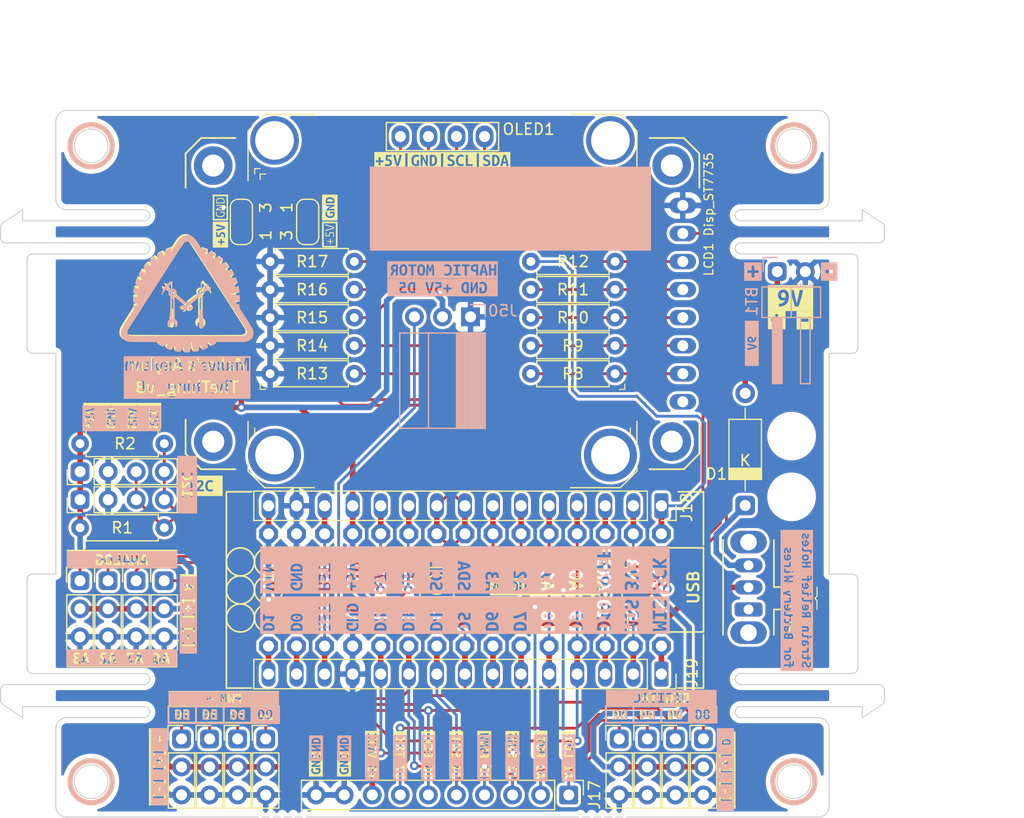
<source format=kicad_pcb>
(kicad_pcb (version 20241229) (generator "pcbnew") (generator_version "9.0")
  (title_block (title "TheThing") (date "2025-07-21") (rev "v8") (company "Maker's Asylum"))
  (layers (0 "F.Cu" signal) (2 "B.Cu" signal) (5 "F.SilkS" user "F.Silkscreen") (7 "B.SilkS" user "B.Silkscreen") (1 "F.Mask" user) (3 "B.Mask" user) (25 "Edge.Cuts" user))
  (net 0 "")
  (net 1 "/SCL")
  (net 2 "/SDA")
  (net 3 "GND")
  (net 4 "5V")
  (net 5 "/D5")
  (net 6 "/D8")
  (net 7 "D2")
  (net 8 "D4")
  (net 9 "/D9")
  (net 10 "/D10")
  (net 11 "/MOSI")
  (net 12 "/MISO")
  (net 13 "/SCK")
  (net 14 "/RST1")
  (net 15 "/D0")
  (net 16 "/D1")
  (net 17 "/A7")
  (net 18 "/A6")
  (net 19 "/A3")
  (net 20 "/A2")
  (net 21 "D7")
  (net 22 "D6")
  (net 23 "/AREF")
  (net 24 "/3V3")
  (net 25 "/VIN")
  (net 26 "/9V")
  (net 27 "/8V3")
  (net 28 "D3")
  (net 29 "A0")
  (net 30 "A1")
  (net 33 "/LCD_MOSI")
  (net 34 "/LCD_D9")
  (net 35 "/LCD_D10")
  (net 36 "/LCD_D8")
  (net 37 "/LCD_SCK")
  (net 38 "/GND_OLED")
  (net 39 "/5V_OLED")
  (footprint "BagTag:SW_CuK_OS102011MA1QN1_SPDT_Angled" (layer "F.Cu") (at 97.7 83.2 90)
    (property "Reference" "SW1")
    (property "Value" "ON")
  )
  (footprint "BagTag:PinHeader_1x04_P2.54mm_Vertical" (layer "F.Cu") (at 37.2 70.72 90)
    (property "Reference" "J1" (hide yes))
    (property "Value" "Conn_I2C" (hide yes))
  )
  (footprint "BagTag:kibuzzard-682712AE" (layer "F.Cu") (at 69.99 42.6)
    (property "Reference" "kibuzzard-682712AE" (hide yes))
    (property "Value" "G***" (hide yes))
  )
  (footprint "BagTag:kibuzzard-681CE6A6" (layer "F.Cu") (at 58.54 97.189 90)
    (property "Reference" "kibuzzard-681CE6A6" (hide yes))
    (property "Value" "G***" (hide yes))
  )
  (footprint "BagTag:PinHeader_1x01_P2.54mm_Vertical" (layer "F.Cu") (at 72.032 76.35 180)
    (property "Reference" "J39" (hide yes))
    (property "Value" "A4" (hide yes))
  )
  (footprint "BagTag:R_Axial_DIN0207_L6.3mm_D2.5mm_P7.62mm_Horizontal" (layer "F.Cu") (at 78 61.85)
    (property "Reference" "R8")
    (property "Value" "10k")
  )
  (footprint "BagTag:D_DO-41_SOD81_P10.16mm_Horizontal" (layer "F.Cu") (at 97.4 73.78 90)
    (property "Reference" "D1")
    (property "Value" "1N4001")
  )
  (footprint "BagTag:MouseBiteHole_0.5mm" (layer "F.Cu") (at 56.5 101.8)
    (property "Reference" "REF**" (hide yes))
    (property "Value" "MouseBiteHole_0.5mm" (hide yes))
  )
  (footprint "BagTag:PinHeader_1x01_P2.54mm_Vertical" (layer "F.Cu") (at 56.792 76.35 180)
    (property "Reference" "J48" (hide yes))
    (property "Value" "GND1" (hide yes))
  )
  (footprint "BagTag:kibuzzard-681CED7D" (layer "F.Cu") (at 47 83.5 90)
    (property "Reference" "kibuzzard-681CED7D" (hide yes))
    (property "Value" "G***" (hide yes))
  )
  (footprint "BagTag:PinHeader_1x10_P2.54mm_Vertical" (layer "F.Cu") (at 81.425 100 -90)
    (property "Reference" "J17")
    (property "Value" "Conn_01x10" (hide yes))
  )
  (footprint "BagTag:PinHeader_1x03_P2.54mm_Vertical" (layer "F.Cu") (at 51.46 94.92)
    (property "Reference" "J9" (hide yes))
    (property "Value" "Conn_01x03" (hide yes))
  )
  (footprint "BagTag:kibuzzard-687E01B3" (layer "F.Cu") (at 68.7 96.3 90)
    (property "Reference" "kibuzzard-687E01B3" (hide yes))
    (property "Value" "G***" (hide yes))
  )
  (footprint "BagTag:R_Axial_DIN0207_L6.3mm_D2.5mm_P7.62mm_Horizontal" (layer "F.Cu") (at 62.02 59.31 180)
    (property "Reference" "R14")
    (property "Value" "20k")
  )
  (footprint "BagTag:R_Axial_DIN0207_L6.3mm_D2.5mm_P7.62mm_Horizontal" (layer "F.Cu") (at 37.2 75.8)
    (property "Reference" "R1")
    (property "Value" "10k")
  )
  (footprint "BagTag:kibuzzard-688B04F2" (layer "F.Cu") (at 41 87.75)
    (property "Reference" "kibuzzard-688B04F2" (hide yes))
    (property "Value" "G***" (hide yes))
  )
  (footprint "BagTag:kibuzzard-681D13E1" (layer "F.Cu") (at 89.8 91.2)
    (property "Reference" "kibuzzard-681D13E1" (hide yes))
    (property "Value" "G***" (hide yes))
  )
  (footprint "BagTag:kibuzzard-687E019A" (layer "F.Cu") (at 66.16 96.3 90)
    (property "Reference" "kibuzzard-687E019A" (hide yes))
    (property "Value" "G***" (hide yes))
  )
  (footprint "BagTag:PinSocket_1x15_P2.54mm_Vertical" (layer "F.Cu") (at 89.812 73.81 -90)
    (property "Reference" "J18")
    (property "Value" "Conn_01x15" (hide yes))
  )
  (footprint "BagTag:R_Axial_DIN0207_L6.3mm_D2.5mm_P7.62mm_Horizontal" (layer "F.Cu") (at 78 54.23)
    (property "Reference" "R11")
    (property "Value" "10k")
  )
  (footprint "BagTag:PinHeader_1x03_P2.54mm_Vertical" (layer "F.Cu") (at 54 94.92)
    (property "Reference" "J10" (hide yes))
    (property "Value" "Conn_01x03" (hide yes))
  )
  (footprint "BagTag:kibuzzard-688B0CB0" (layer "F.Cu") (at 53.95 92.7)
    (property "Reference" "kibuzzard-688B0CB0" (hide yes))
    (property "Value" "G***" (hide yes))
  )
  (footprint "BagTag:PinHeader_1x01_P2.54mm_Vertical" (layer "F.Cu") (at 66.952 76.35 180)
    (property "Reference" "J37" (hide yes))
    (property "Value" "A6" (hide yes))
  )
  (footprint "BagTag:MouseBiteHole_0.5mm" (layer "F.Cu") (at 85.5 101.8)
    (property "Reference" "REF**" (hide yes))
    (property "Value" "MouseBiteHole_0.5mm" (hide yes))
  )
  (footprint "BagTag:kibuzzard-68220AD1" (layer "F.Cu") (at 48.1 72)
    (property "Reference" "kibuzzard-68220AD1" (hide yes))
    (property "Value" "G***" (hide yes))
  )
  (footprint "BagTag:kibuzzard-681CF111" (layer "F.Cu") (at 79.3 81.15)
    (property "Reference" "kibuzzard-681CF111" (hide yes))
    (property "Value" "G***" (hide yes))
  )
  (footprint "BagTag:PinHeader_1x01_P2.54mm_Vertical" (layer "F.Cu") (at 77.112 86.51 180)
    (property "Reference" "J25" (hide yes))
    (property "Value" "D7" (hide yes))
  )
  (footprint "BagTag:PinHeader_1x03_P2.54mm_Vertical" (layer "F.Cu") (at 46.38 94.92)
    (property "Reference" "J7" (hide yes))
    (property "Value" "Conn_01x03" (hide yes))
  )
  (footprint "BagTag:Disp_TFT_LCD_128x128" (layer "F.Cu") (at 70.25 55.5 180)
    (property "Reference" "LCD1")
    (property "Value" "Disp_ST7735")
  )
  (footprint "BagTag:MouseBiteHole_0.5mm" (layer "F.Cu") (at 54.5 101.8)
    (property "Reference" "REF**" (hide yes))
    (property "Value" "MouseBiteHole_0.5mm" (hide yes))
  )
  (footprint "BagTag:kibuzzard-681CE705" (layer "F.Cu") (at 73.78 96.3 90)
    (property "Reference" "kibuzzard-681CE705" (hide yes))
    (property "Value" "G***" (hide yes))
  )
  (footprint "BagTag:kibuzzard-688B0B80" (layer "F.Cu") (at 48.95 92.7)
    (property "Reference" "kibuzzard-688B0B80" (hide yes))
    (property "Value" "G***" (hide yes))
  )
  (footprint "BagTag:PinHeader_1x01_P2.54mm_Vertical" (layer "F.Cu") (at 61.872 86.51 180)
    (property "Reference" "J49" (hide yes))
    (property "Value" "GND2" (hide yes))
  )
  (footprint "BagTag:kibuzzard-688B068F" (layer "F.Cu") (at 86.05 92.7)
    (property "Reference" "kibuzzard-688B068F" (hide yes))
    (property "Value" "G***" (hide yes))
  )
  (footprint "BagTag:MouseBiteHole_0.5mm" (layer "F.Cu") (at 82.5 101.8)
    (property "Reference" "REF**" (hide yes))
    (property "Value" "MouseBiteHole_0.5mm" (hide yes))
  )
  (footprint "BagTag:PinHeader_1x01_P2.54mm_Vertical" (layer "F.Cu") (at 69.492 76.35 180)
    (property "Reference" "J38" (hide yes))
    (property "Value" "A5" (hide yes))
  )
  (footprint "BagTag:kibuzzard-681CE6E0" (layer "F.Cu") (at 63.62 96.3 90)
    (property "Reference" "kibuzzard-681CE6E0" (hide yes))
    (property "Value" "G***" (hide yes))
  )
  (footprint "BagTag:PinHeader_1x01_P2.54mm_Vertical" (layer "F.Cu") (at 59.332 86.51 180)
    (property "Reference" "J33" (hide yes))
    (property "Value" "RST1" (hide yes))
  )
  (footprint "BagTag:MouseBiteHole_0.5mm" (layer "F.Cu") (at 86.5 101.8)
    (property "Reference" "REF**" (hide yes))
    (property "Value" "MouseBiteHole_0.5mm" (hide yes))
  )
  (footprint "BagTag:PinHeader_1x03_P2.54mm_Vertical" (layer "F.Cu") (at 86 94.92)
    (property "Reference" "J3" (hide yes))
    (property "Value" "Conn_01x03" (hide yes))
  )
  (footprint "BagTag:PinHeader_1x01_P2.54mm_Vertical" (layer "F.Cu") (at 61.872 76.35 180)
    (property "Reference" "J46" (hide yes))
    (property "Value" "5V" (hide yes))
  )
  (footprint "BagTag:PinHeader_1x01_P2.54mm_Vertical" (layer "F.Cu") (at 64.412 86.51 180)
    (property "Reference" "J20" (hide yes))
    (property "Value" "D2" (hide yes))
  )
  (footprint "BagTag:MouseBiteHole_0.5mm" (layer "F.Cu") (at 55.5 101.8)
    (property "Reference" "REF**" (hide yes))
    (property "Value" "MouseBiteHole_0.5mm" (hide yes))
  )
  (footprint "BagTag:kibuzzard-681CEDBE" (layer "F.Cu") (at 44.2 97.45 90)
    (property "Reference" "kibuzzard-681CEDBE" (hide yes))
    (property "Value" "G***" (hide yes))
  )
  (footprint "BagTag:PinHeader_1x01_P2.54mm_Vertical" (layer "F.Cu") (at 56.792 86.51 180)
    (property "Reference" "J34" (hide yes))
    (property "Value" "D0" (hide yes))
  )
  (footprint "BagTag:kibuzzard-681CE715" (layer "F.Cu") (at 81.4 96.3 90)
    (property "Reference" "kibuzzard-681CE715" (hide yes))
    (property "Value" "G***" (hide yes))
  )
  (footprint "BagTag:PinHeader_1x01_P2.54mm_Vertical" (layer "F.Cu") (at 74.572 76.35 180)
    (property "Reference" "J40" (hide yes))
    (property "Value" "A3" (hide yes))
  )
  (footprint "BagTag:kibuzzard-688B07C0" (layer "F.Cu") (at 91.05 92.7)
    (property "Reference" "kibuzzard-688B07C0" (hide yes))
    (property "Value" "G***" (hide yes))
  )
  (footprint "BagTag:kibuzzard-6827114F" (layer "F.Cu") (at 59.826198 46.8 90)
    (property "Reference" "kibuzzard-6827114F" (hide yes))
    (property "Value" "G***" (hide yes))
  )
  (footprint "BagTag:PinHeader_1x01_P2.54mm_Vertical" (layer "F.Cu") (at 77.112 76.35 180)
    (property "Reference" "J41" (hide yes))
    (property "Value" "A2" (hide yes))
  )
  (footprint "BagTag:MountingHole_4.3mm_M4" (layer "F.Cu") (at 101.6 73)
    (property "Reference" "H2" (hide yes))
    (property "Value" "MountingHole" (hide yes))
  )
  (footprint "BagTag:PinHeader_1x01_P2.54mm_Vertical" (layer "F.Cu") (at 69.492 86.51 180)
    (property "Reference" "J22" (hide yes))
    (property "Value" "D4" (hide yes))
  )
  (footprint "BagTag:PinHeader_1x03_P2.54mm_Vertical" (layer "F.Cu") (at 44.81 80.6)
    (property "Reference" "J11" (hide yes))
    (property "Value" "Conn_01x03" (hide yes))
  )
  (footprint "BagTag:kibuzzard-64612FA6" (layer "F.Cu") (at 100.25 56.99 180)
    (property "Reference" "kibuzzard-64612FA6" (hide yes))
    (property "Value" "G***" (hide yes))
  )
  (footprint "BagTag:Disp_128x64OLED" (layer "F.Cu") (at 70 55.268)
    (property "Reference" "OLED1")
    (property "Value" "Disp_SSD1306")
  )
  (footprint "BagTag:kibuzzard-681D14E6" (layer "F.Cu") (at 50.2 91.2)
    (property "Reference" "kibuzzard-681D14E6" (hide yes))
    (property "Value" "G***" (hide yes))
  )
  (footprint "BagTag:kibuzzard-681CE70B" (layer "F.Cu") (at 76.32 96.3 90)
    (property "Reference" "kibuzzard-681CE70B" (hide yes))
    (property "Value" "G***" (hide yes))
  )
  (footprint "BagTag:MouseBiteHole_0.5mm" (layer "F.Cu") (at 57.5 101.8)
    (property "Reference" "REF**" (hide yes))
    (property "Value" "MouseBiteHole_0.5mm" (hide yes))
  )
  (footprint "BagTag:kibuzzard-688B07DB" (layer "F.Cu") (at 93.55 92.7)
    (property "Reference" "kibuzzard-688B07DB" (hide yes))
    (property "Value" "G***" (hide yes))
  )
  (footprint "BagTag:PinHeader_1x01_P2.54mm_Vertical" (layer "F.Cu") (at 84.732 76.35 180)
    (property "Reference" "J44" (hide yes))
    (property "Value" "AREF" (hide yes))
  )
  (footprint "BagTag:kibuzzard-688B0B7B" (layer "F.Cu") (at 46.45 92.7)
    (property "Reference" "kibuzzard-688B0B7B" (hide yes))
    (property "Value" "G***" (hide yes))
  )
  (footprint "BagTag:MouseBiteHole_0.5mm" (layer "F.Cu") (at 83.5 101.8)
    (property "Reference" "REF**" (hide yes))
    (property "Value" "MouseBiteHole_0.5mm" (hide yes))
  )
  (footprint "BagTag:PinSocket_1x15_P2.54mm_Vertical" (layer "F.Cu") (at 89.812 89.05 -90)
    (property "Reference" "J19")
    (property "Value" "Conn_01x15" (hide yes))
  )
  (footprint "BagTag:PinHeader_1x01_P2.54mm_Vertical" (layer "F.Cu") (at 64.412 76.35 180)
    (property "Reference" "J36" (hide yes))
    (property "Value" "A7" (hide yes))
  )
  (footprint "BagTag:R_Axial_DIN0207_L6.3mm_D2.5mm_P7.62mm_Horizontal" (layer "F.Cu") (at 62.02 54.23 180)
    (property "Reference" "R16")
    (property "Value" "20k")
  )
  (footprint "BagTag:kibuzzard-681CE6D9" (layer "F.Cu") (at 61.09 97.189 90)
    (property "Reference" "kibuzzard-681CE6D9" (hide yes))
    (property "Value" "G***" (hide yes))
  )
  (footprint "BagTag:kibuzzard-681CEE16" (layer "F.Cu") (at 95.75 97.75 90)
    (property "Reference" "kibuzzard-681CEE16" (hide yes))
    (property "Value" "G***" (hide yes))
  )
  (footprint "BagTag:R_Axial_DIN0207_L6.3mm_D2.5mm_P7.62mm_Horizontal" (layer "F.Cu") (at 62.02 51.69 180)
    (property "Reference" "R17")
    (property "Value" "20k")
  )
  (footprint "BagTag:kibuzzard-682711E3" (layer "F.Cu") (at 49.926198 49.25 90)
    (property "Reference" "kibuzzard-682711E3" (hide yes))
    (property "Value" "G***" (hide yes))
  )
  (footprint "BagTag:kibuzzard-68271661" (layer "F.Cu") (at 70.1 48)
    (property "Reference" "kibuzzard-68271661" (hide yes))
    (property "Value" "G***" (hide yes))
  )
  (footprint "BagTag:PinHeader_1x01_P2.54mm_Vertical" (layer "F.Cu") (at 74.572 86.51 180)
    (property "Reference" "J24" (hide yes))
    (property "Value" "D6" (hide yes))
  )
  (footprint "BagTag:kibuzzard-688B0B86" (layer "F.Cu") (at 51.45 92.7)
    (property "Reference" "kibuzzard-688B0B86" (hide yes))
    (property "Value" "G***" (hide yes))
  )
  (footprint "BagTag:MouseBiteHole_0.5mm" (layer "F.Cu") (at 53.5 101.8)
    (property "Reference" "REF**" (hide yes))
    (property "Value" "MouseBiteHole_0.5mm" (hide yes))
  )
  (footprint "BagTag:PinHeader_1x01_P2.54mm_Vertical" (layer "F.Cu") (at 89.812 86.51 180)
    (property "Reference" "J30" (hide yes))
    (property "Value" "D12" (hide yes))
  )
  (footprint "BagTag:PinHeader_1x03_P2.54mm_Vertical" (layer "F.Cu") (at 37.19 80.6)
    (property "Reference" "J14" (hide yes))
    (property "Value" "Conn_01x03" (hide yes))
  )
  (footprint "BagTag:PinHeader_1x01_P2.54mm_Vertical" (layer "F.Cu") (at 79.652 76.35 180)
    (property "Reference" "J42" (hide yes))
    (property "Value" "A1" (hide yes))
  )
  (footprint "BagTag:R_Axial_DIN0207_L6.3mm_D2.5mm_P7.62mm_Horizontal" (layer "F.Cu") (at 78 56.77)
    (property "Reference" "R10")
    (property "Value" "10k")
  )
  (footprint "BagTag:PinHeader_1x01_P2.54mm_Vertical" (layer "F.Cu") (at 84.732 86.51 180)
    (property "Reference" "J28" (hide yes))
    (property "Value" "D10" (hide yes))
  )
  (footprint "BagTag:kibuzzard-64612FED" (layer "F.Cu") (at 102.8 57)
    (property "Reference" "kibuzzard-64612FED" (hide yes))
    (property "Value" "G***" (hide yes))
  )
  (footprint "BagTag:kibuzzard-688B05AD" (layer "F.Cu") (at 101.5 55)
    (property "Reference" "kibuzzard-688B05AD" (hide yes))
    (property "Value" "G***" (hide yes))
  )
  (footprint "BagTag:PinHeader_1x01_P2.54mm_Vertical" (layer "F.Cu") (at 54.252 76.35 180)
    (property "Reference" "J45" (hide yes))
    (property "Value" "VIN" (hide yes))
  )
  (footprint "BagTag:PinHeader_1x01_P2.54mm_Vertical" (layer "F.Cu") (at 79.652 86.51 180)
    (property "Reference" "J26" (hide yes))
    (property "Value" "D8" (hide yes))
  )
  (footprint "BagTag:PinHeader_1x01_P2.54mm_Vertical" (layer "F.Cu") (at 59.332 76.35 180)
    (property "Reference" "J32" (hide yes))
    (property "Value" "RST1" (hide yes))
  )
  (footprint "BagTag:PinHeader_1x01_P2.54mm_Vertical" (layer "F.Cu") (at 89.812 76.35 180)
    (property "Reference" "J31" (hide yes))
    (property "Value" "D13" (hide yes))
  )
  (footprint "BagTag:PinHeader_1x03_P2.54mm_Vertical" (layer "F.Cu") (at 39.73 80.6)
    (property "Reference" "J13" (hide yes))
    (property "Value" "Conn_01x03" (hide yes))
  )
  (footprint "BagTag:PinHeader_1x01_P2.54mm_Vertical" (layer "F.Cu") (at 87.272 86.51 180)
    (property "Reference" "J29" (hide yes))
    (property "Value" "D11" (hide yes))
  )
  (footprint "BagTag:kibuzzard-681CE6FF" (layer "F.Cu") (at 71.24 96.3 90)
    (property "Reference" "kibuzzard-681CE6FF" (hide yes))
    (property "Value" "G***" (hide yes))
  )
  (footprint "BagTag:R_Axial_DIN0207_L6.3mm_D2.5mm_P7.62mm_Horizontal" (layer "F.Cu") (at 78 51.69)
    (property "Reference" "R12")
    (property "Value" "10k")
  )
  (footprint "BagTag:R_Axial_DIN0207_L6.3mm_D2.5mm_P7.62mm_Horizontal" (layer "F.Cu") (at 62.02 56.77 180)
    (property "Reference" "R15")
    (property "Value" "20k")
  )
  (footprint "BagTag:kibuzzard-681CE710" (layer "F.Cu") (at 78.86 96.3 90)
    (property "Reference" "kibuzzard-681CE710" (hide yes))
    (property "Value" "G***" (hide yes))
  )
  (footprint "BagTag:R_Axial_DIN0207_L6.3mm_D2.5mm_P7.62mm_Horizontal" (layer "F.Cu") (at 62.02 61.85 180)
    (property "Reference" "R13")
    (property "Value" "20k")
  )
  (footprint "BagTag:kibuzzard-681CEF1C" (layer "F.Cu") (at 41.01 65.65 90)
    (property "Reference" "kibuzzard-681CEF1C" (hide yes))
    (property "Value" "G***" (hide yes))
  )
  (footprint "BagTag:PinHeader_1x03_P2.54mm_Vertical" (layer "F.Cu") (at 88.54 94.92)
    (property "Reference" "J4" (hide yes))
    (property "Value" "Conn_01x03" (hide yes))
  )
  (footprint "BagTag:PinHeader_1x01_P2.54mm_Vertical" (layer "F.Cu") (at 82.192 76.35 180)
    (property "Reference" "J43" (hide yes))
    (property "Value" "A0" (hide yes))
  )
  (footprint "BagTag:PinHeader_1x01_P2.54mm_Vertical" (layer "F.Cu") (at 54.252 86.51 180)
    (property "Reference" "J35" (hide yes))
    (property "Value" "D1" (hide yes))
  )
  (footprint "BagTag:PinHeader_1x01_P2.54mm_Vertical" (layer "F.Cu") (at 82.192 86.51 180)
    (property "Reference" "J27" (hide yes))
    (property "Value" "D9" (hide yes))
  )
  (footprint "BagTag:MA_logo_12mmx10mm" (layer "F.Cu") (at 46.75 54.5)
    (property "Reference" "G***" (hide yes))
    (property "Value" "LOGO" (hide yes))
  )
  (footprint "BagTag:kibuzzard-688B06AA" (layer "F.Cu") (at 88.55 92.7)
    (property "Reference" "kibuzzard-688B06AA" (hide yes))
    (property "Value" "G***" (hide yes))
  )
  (footprint "BagTag:R_Axial_DIN0207_L6.3mm_D2.5mm_P7.62mm_Horizontal" (layer "F.Cu") (at 37.2 68.18)
    (property "Reference" "R2")
    (property "Value" "10k")
  )
  (footprint "BagTag:MountingHole_4.3mm_M4" (layer "F.Cu") (at 101.6 67.5)
    (property "Reference" "H1" (hide yes))
    (property "Value" "MountingHole" (hide yes))
  )
  (footprint "BagTag:PinHeader_1x03_P2.54mm_Vertical" (layer "F.Cu") (at 48.92 94.92)
    (property "Reference" "J8" (hide yes))
    (property "Value" "Conn_01x03" (hide yes))
  )
  (footprint "BagTag:MouseBiteHole_0.5mm" (layer "F.Cu") (at 84.5 101.8)
    (property "Reference" "REF**" (hide yes))
    (property "Value" "MouseBiteHole_0.5mm" (hide yes))
  )
  (footprint "BagTag:PinHeader_1x01_P2.54mm_Vertical" (layer "F.Cu") (at 66.952 86.51 180)
    (property "Reference" "J21" (hide yes))
    (property "Value" "D3" (hide yes))
  )
  (footprint "BagTag:R_Axial_DIN0207_L6.3mm_D2.5mm_P7.62mm_Horizontal" (layer "F.Cu") (at 78 59.31)
    (property "Reference" "R9")
    (property "Value" "10k")
  )
  (footprint "BagTag:PinHeader_1x03_P2.54mm_Vertical" (layer "F.Cu") (at 91.08 94.92)
    (property "Reference" "J5" (hide yes))
    (property "Value" "Conn_01x03" (hide yes))
  )
  (footprint "BagTag:SolderJumper-3_P1.3mm_Bridged2Bar12_RoundedPad1.0x1.5mm_NumberLabels" (layer "F.Cu") (at 57.8 48.1 -90)
    (property "Reference" "NT6" (hide yes))
    (property "Value" "NetTie_3" (hide yes))
  )
  (footprint "BagTag:kibuzzard-681D1422" (layer "F.Cu") (at 41 78.5)
    (property "Reference" "kibuzzard-681D1422" (hide yes))
    (property "Value" "G***" (hide yes))
  )
  (footprint "BagTag:PinHeader_1x03_P2.54mm_Vertical" (layer "F.Cu") (at 42.27 80.6)
    (property "Reference" "J12" (hide yes))
    (property "Value" "Conn_01x03" (hide yes))
  )
  (footprint "BagTag:SolderJumper-3_P1.3mm_Bridged2Bar12_RoundedPad1.0x1.5mm_NumberLabels" (layer "F.Cu") (at 51.8 48.1 90)
    (property "Reference" "NT5" (hide yes))
    (property "Value" "NetTie_3" (hide yes))
  )
  (footprint "BagTag:PinHeader_1x01_P2.54mm_Vertical" (layer "F.Cu") (at 87.272 76.35 180)
    (property "Reference" "J47" (hide yes))
    (property "Value" "3V3" (hide yes))
  )
  (footprint "BagTag:PinHeader_1x04_P2.54mm_Vertical" (layer "F.Cu") (at 37.2 73.26 90)
    (property "Reference" "J2" (hide yes))
    (property "Value" "Conn_I2C" (hide yes))
  )
  (footprint "BagTag:PinHeader_1x01_P2.54mm_Vertical" (layer "F.Cu") (at 72.032 86.51 180)
    (property "Reference" "J23" (hide yes))
    (property "Value" "D5" (hide yes))
  )
  (footprint "BagTag:PinHeader_1x03_P2.54mm_Vertical" (layer "F.Cu") (at 93.62 94.92)
    (property "Reference" "J6" (hide yes))
    (property "Value" "Conn_01x03" (hide yes))
  )
  (footprint "BagTag:kibuzzard-681CE6D9" (layer "B.Cu") (at 61.11 95.761 90)
    (property "Reference" "kibuzzard-681CE6D9" (hide yes))
    (property "Value" "G***" (hide yes))
  )
  (footprint "BagTag:PinSocket_1x03_P2.54mm_Horizontal_haptic" (layer "B.Cu") (at 72.54 56.7 90)
    (property "Reference" "J50")
    (property "Value" "Conn_01x03")
  )
  (footprint "kibuzzard-688B4A2D" (layer "B.Cu") (at 44.4 97.45 90)
    (property "Reference" "kibuzzard-688B4A2D" (hide yes))
    (property "Value" "G***" (hide yes))
  )
  (footprint "BagTag:kibuzzard-687E1831" (layer "B.Cu") (at 102.07 82.39 90)
    (property "Reference" "kibuzzard-687E1831" (hide yes))
    (property "Value" "G***" (hide yes))
  )
  (footprint "BagTag:kibuzzard-681CE6FF" (layer "B.Cu") (at 71.26 96.65 90)
    (property "Reference" "kibuzzard-681CE6FF" (hide yes))
    (property "Value" "G***" (hide yes))
  )
  (footprint "BagTag:kibuzzard-64612FA6" (layer "B.Cu") (at 98.1 52.6 180)
    (property "Reference" "kibuzzard-64612FA6" (hide yes))
    (property "Value" "G***" (hide yes))
  )
  (footprint "BagTag:kibuzzard-681CE6E0" (layer "B.Cu") (at 63.64 96.65 90)
    (property "Reference" "kibuzzard-681CE6E0" (hide yes))
    (property "Value" "G***" (hide yes))
  )
  (footprint "BagTag:kibuzzard-688B10BE" (layer "B.Cu") (at 40.95 87.6 180)
    (property "Reference" "kibuzzard-688B10BE" (hide yes))
    (property "Value" "G***" (hide yes))
  )
  (footprint "BagTag:kibuzzard-681D13E1" (layer "B.Cu") (at 89.809612 91.2 180)
    (property "Reference" "kibuzzard-681D13E1" (hide yes))
    (property "Value" "G***" (hide yes))
  )
  (footprint "BagTag:kibuzzard-687E01EA" (layer "B.Cu") (at 68.72 96.65 90)
    (property "Reference" "kibuzzard-687E01EA" (hide yes))
    (property "Value" "G***" (hide yes))
  )
  (footprint "BagTag:kibuzzard-688B1C9E" (layer "B.Cu") (at 70 54.05 180)
    (property "Reference" "kibuzzard-688B1C9E" (hide yes))
    (property "Value" "G***" (hide yes))
  )
  (footprint "BagTag:kibuzzard-688B06AA" (layer "B.Cu") (at 88.55 92.700001 180)
    (property "Reference" "kibuzzard-688B06AA" (hide yes))
    (property "Value" "G***" (hide yes))
  )
  (footprint "BagTag:kibuzzard-681CE715" (layer "B.Cu") (at 81.42 96.65 90)
    (property "Reference" "kibuzzard-681CE715" (hide yes))
    (property "Value" "G***" (hide yes))
  )
  (footprint "BagTag:kibuzzard-67A11942" (layer "B.Cu") (at 40.95 65.9 90)
    (property "Reference" "kibuzzard-67A11942" (hide yes))
    (property "Value" "G***" (hide yes))
  )
  (footprint "BagTag:kibuzzard-681CE710" (layer "B.Cu") (at 78.88 96.65 90)
    (property "Reference" "kibuzzard-681CE710" (hide yes))
    (property "Value" "G***" (hide yes))
  )
  (footprint "BagTag:kibuzzard-688B0B7B" (layer "B.Cu") (at 46.45 92.750001 180)
    (property "Reference" "kibuzzard-688B0B7B" (hide yes))
    (property "Value" "G***" (hide yes))
  )
  (footprint "BagTag:kibuzzard-681D00EA" (layer "B.Cu") (at 95.6 97.7 90)
    (property "Reference" "kibuzzard-681D00EA" (hide yes))
    (property "Value" "G***" (hide yes))
  )
  (footprint "BagTag:kibuzzard-688B0B80" (layer "B.Cu") (at 48.95 92.750001 180)
    (property "Reference" "kibuzzard-688B0B80" (hide yes))
    (property "Value" "G***" (hide yes))
  )
  (footprint "BagTag:kibuzzard-64612FED" (layer "B.Cu") (at 105 52.6 180)
    (property "Reference" "kibuzzard-64612FED" (hide yes))
    (property "Value" "G***" (hide yes))
  )
  (footprint "BagTag:kibuzzard-687E12B6" (layer "B.Cu") (at 98 59.1 -90)
    (property "Reference" "kibuzzard-687E12B6" (hide yes))
    (property "Value" "G***" (hide yes))
  )
  (footprint "BagTag:kibuzzard-688B07DB" (layer "B.Cu") (at 93.55 92.700001 180)
    (property "Reference" "kibuzzard-688B07DB" (hide yes))
    (property "Value" "G***" (hide yes))
  )
  (footprint "BagTag:kibuzzard-67A20273" (layer "B.Cu") (at 41 78.7 180)
    (property "Reference" "kibuzzard-67A20273" (hide yes))
    (property "Value" "G***" (hide yes))
  )
  (footprint "BagTag:kibuzzard-688B0B86" (layer "B.Cu") (at 51.45 92.750001 180)
    (property "Reference" "kibuzzard-688B0B86" (hide yes))
    (property "Value" "G***" (hide yes))
  )
  (footprint "BagTag:kibuzzard-688B0CB0" (layer "B.Cu") (at 53.95 92.750001 180)
    (property "Reference" "kibuzzard-688B0CB0" (hide yes))
    (property "Value" "G***" (hide yes))
  )
  (footprint "BagTag:kibuzzard-688B068F" (layer "B.Cu") (at 86.05 92.700001 180)
    (property "Reference" "kibuzzard-688B068F" (hide yes))
    (property "Value" "G***" (hide yes))
  )
  (footprint "BagTag:MA_logo_12mmx10mm" (layer "B.Cu") (at 46.9 54.6 180)
    (property "Reference" "G***" (hide yes))
    (property "Value" "LOGO" (hide yes))
  )
  (footprint "BagTag:kibuzzard-681D14E6" (layer "B.Cu") (at 50.2 91.250001 180)
    (property "Reference" "kibuzzard-681D14E6" (hide yes))
    (property "Value" "G***" (hide yes))
  )
  (footprint "BagTag:kibuzzard-681D0124" (layer "B.Cu") (at 47 83.7 90)
    (property "Reference" "kibuzzard-681D0124" (hide yes))
    (property "Value" "G***" (hide yes))
  )
  (footprint "BagTag:kibuzzard-688B07C0" (layer "B.Cu") (at 91.05 92.700001 180)
    (property "Reference" "kibuzzard-688B07C0" (hide yes))
    (property "Value" "G***" (hide yes))
  )
  (footprint "BagTag:kibuzzard-681CE6A6" (layer "B.Cu") (at 58.56 95.761 90)
    (property "Reference" "kibuzzard-681CE6A6" (hide yes))
    (property "Value" "G***" (hide yes))
  )
  (footprint "BagTag:kibuzzard-681CE70B" (layer "B.Cu") (at 76.34 96.65 90)
    (property "Reference" "kibuzzard-681CE70B" (hide yes))
    (property "Value" "G***" (hide yes))
  )
  (footprint "BagTag:kibuzzard-6640C3B8" (layer "B.Cu") (at 46.9 71.9 90)
    (property "Reference" "kibuzzard-6640C3B8" (hide yes))
    (property "Value" "G***" (hide yes))
  )
  (footprint "BagTag:kibuzzard-688B21F2" (layer "B.Cu") (at 70 52.45 180)
    (property "Reference" "kibuzzard-688B21F2" (hide yes))
    (property "Value" "G***" (hide yes))
  )
  (footprint "BagTag:kibuzzard-687E01F5" (layer "B.Cu") (at 66.18 96.65 90)
    (property "Reference" "kibuzzard-687E01F5" (hide yes))
    (property "Value" "G***" (hide yes))
  )
  (footprint "BagTag:kibuzzard-6461377A" (layer "B.Cu") (at 72.032 83.716 90)
    (property "Reference" "kibuzzard-6461377A" (hide yes))
    (property "Value" "G***" (hide yes))
  )
  (footprint "BagTag:PinHeader_1x02_P2.54mm_Horizontal" (layer "B.Cu") (at 100.3 52.6 -90)
    (property "Reference" "BT1")
    (property "Value" "Bat")
  )
  (footprint "BagTag:kibuzzard-6461376B" (layer "B.Cu") (at 72.032 79.6266 90)
    (property "Reference" "kibuzzard-6461376B" (hide yes))
    (property "Value" "G***" (hide yes))
  )
  (footprint "BagTag:kibuzzard-681CE705" (layer "B.Cu") (at 73.8 96.65 90)
    (property "Reference" "kibuzzard-681CE705" (hide yes))
    (property "Value" "G***" (hide yes))
  )
  (gr_circle (center 69.492 80.922) (end 70.381 80.922) (stroke (width 0.15)) (fill no) (layer "F.SilkS"))
  (gr_rect (start 50.2 91.95) (end 52.7 93.45) (stroke (width 0.15)) (fill no) (layer "F.SilkS"))
  (gr_line (start 93.622 72.54) (end 93.622 77.366) (stroke (width 0.15)) (layer "F.SilkS"))
  (gr_rect (start 63.89 43.59) (end 76.09 45.16) (stroke (width 0.15)) (fill no) (layer "F.SilkS"))
  (gr_circle (center 51.712 83.97) (end 51.712 82.7) (stroke (width 0.15)) (fill no) (layer "F.SilkS"))
  (gr_line (start 86.764 77.62) (end 93.622 77.62) (stroke (width 0.15)) (layer "F.SilkS"))
  (gr_line (start 93.622 85.24) (end 86.764 85.24) (stroke (width 0.15)) (layer "F.SilkS"))
  (gr_rect (start 92.3 91.95) (end 94.8 93.45) (stroke (width 0.15)) (fill no) (layer "F.SilkS"))
  (gr_rect (start 47.7 91.95) (end 50.2 93.45) (stroke (width 0.15)) (fill no) (layer "F.SilkS"))
  (gr_line (start 93.622 90.32) (end 93.622 85.494) (stroke (width 0.15)) (layer "F.SilkS"))
  (gr_line (start 86.256 83.462) (end 86.256 79.398) (stroke (width 0.15)) (layer "F.SilkS"))
  (gr_circle (center 38.2 41.2) (end 36.295 41.2) (stroke (width 0.4572)) (fill no) (layer "F.SilkS"))
  (gr_line (start 93.622 77.62) (end 93.622 85.24) (stroke (width 0.15)) (layer "F.SilkS"))
  (gr_line (start 86.764 85.24) (end 86.764 83.462) (stroke (width 0.15)) (layer "F.SilkS"))
  (gr_line (start 86.764 83.462) (end 86.256 83.462) (stroke (width 0.15)) (layer "F.SilkS"))
  (gr_line (start 50.442 90.32) (end 52.728 90.32) (stroke (width 0.15)) (layer "F.SilkS"))
  (gr_circle (center 51.712 78.89) (end 52.982 78.89) (stroke (width 0.15)) (fill no) (layer "F.SilkS"))
  (gr_circle (center 54.252 83.97) (end 52.982 83.97) (stroke (width 0.15)) (fill no) (layer "F.SilkS"))
  (gr_circle (center 101.8 41.2) (end 99.895 41.2) (stroke (width 0.4572)) (fill no) (layer "F.SilkS"))
  (gr_rect (start 59.176198 48.15) (end 60.423802 50.35) (stroke (width 0.15)) (fill no) (layer "F.SilkS"))
  (gr_line (start 86.256 79.398) (end 86.764 79.398) (stroke (width 0.15)) (layer "F.SilkS"))
  (gr_circle (center 38.2 98.8) (end 36.295 98.8) (stroke (width 0.4572)) (fill no) (layer "F.SilkS"))
  (gr_rect (start 45.2 91.95) (end 47.7 93.45) (stroke (width 0.15)) (fill no) (layer "F.SilkS"))
  (gr_rect (start 67.968 79.398) (end 71.016 82.446) (stroke (width 0.15)) (fill no) (layer "F.SilkS"))
  (gr_rect (start 59.176198 45.7) (end 60.423802 47.9) (stroke (width 0.15)) (fill no) (layer "F.SilkS"))
  (gr_circle (center 51.712 81.43) (end 52.982 81.43) (stroke (width 0.15)) (fill no) (layer "F.SilkS"))
  (gr_line (start 50.442 72.54) (end 50.442 90.32) (stroke (width 0.15)) (layer "F.SilkS"))
  (gr_rect (start 84.8 91.95) (end 87.3 93.45) (stroke (width 0.15)) (fill no) (layer "F.SilkS"))
  (gr_line (start 52.728 72.54) (end 50.442 72.54) (stroke (width 0.15)) (layer "F.SilkS"))
  (gr_circle (center 54.252 81.43) (end 54.252 80.16) (stroke (width 0.15)) (fill no) (layer "F.SilkS"))
  (gr_line (start 86.764 79.398) (end 86.764 77.62) (stroke (width 0.15)) (layer "F.SilkS"))
  (gr_rect (start 52.7 91.95) (end 55.2 93.45) (stroke (width 0.15)) (fill no) (layer "F.SilkS"))
  (gr_rect (start 89.8 91.95) (end 92.3 93.45) (stroke (width 0.15)) (fill no) (layer "F.SilkS"))
  (gr_rect (start 49.276198 45.7) (end 50.523802 47.9) (stroke (width 0.15)) (fill no) (layer "F.SilkS"))
  (gr_line (start 91.336 90.32) (end 93.622 90.32) (stroke (width 0.15)) (layer "F.SilkS"))
  (gr_rect (start 87.3 91.95) (end 89.8 93.45) (stroke (width 0.15)) (fill no) (layer "F.SilkS"))
  (gr_circle (center 101.8 98.8) (end 99.890771 98.8) (stroke (width 0.4572)) (fill no) (layer "F.SilkS"))
  (gr_rect (start 49.276198 48.15) (end 50.523802 50.35) (stroke (width 0.15)) (fill no) (layer "F.SilkS"))
  (gr_circle (center 54.252 78.89) (end 52.982 78.89) (stroke (width 0.15)) (fill no) (layer "F.SilkS"))
  (gr_line (start 91.336 72.54) (end 93.622 72.54) (stroke (width 0.15)) (layer "F.SilkS"))
  (gr_circle (center 101.8 41.2) (end 103.705 41.2) (stroke (width 0.4572)) (fill no) (layer "B.SilkS"))
  (gr_rect (start 52.7 92) (end 55.2 93.500002) (stroke (width 0.15)) (fill no) (layer "B.SilkS"))
  (gr_poly (pts (xy 87.3 91.95) (xy 84.8 91.95) (xy 84.8 93.45) (xy 87.3 93.45)) (stroke (width 0.15)) (fill no) (layer "B.SilkS"))
  (gr_circle (center 101.8 98.8) (end 103.705 98.8) (stroke (width 0.4572)) (fill no) (layer "B.SilkS"))
  (gr_poly (pts (xy 89.8 91.95) (xy 87.3 91.95) (xy 87.3 93.45) (xy 89.8 93.45)) (stroke (width 0.15)) (fill no) (layer "B.SilkS"))
  (gr_circle (center 38.2 98.8) (end 40.105 98.8) (stroke (width 0.4572)) (fill no) (layer "B.SilkS"))
  (gr_rect (start 47.7 92) (end 50.2 93.500002) (stroke (width 0.15)) (fill no) (layer "B.SilkS"))
  (gr_poly (pts (xy 92.3 91.95) (xy 89.8 91.95) (xy 89.8 93.45) (xy 92.3 93.45)) (stroke (width 0.15)) (fill no) (layer "B.SilkS"))
  (gr_poly (pts (xy 94.8 91.95) (xy 92.3 91.95) (xy 92.3 93.45) (xy 94.8 93.45)) (stroke (width 0.15)) (fill no) (layer "B.SilkS"))
  (gr_circle (center 38.2 41.2) (end 40.105 41.2) (stroke (width 0.4572)) (fill no) (layer "B.SilkS"))
  (gr_rect (start 63.5 43.1685) (end 88.8 50.6315) (stroke (width 0.15)) (fill yes) (layer "B.SilkS"))
  (gr_rect (start 45.2 92) (end 47.7 93.500002) (stroke (width 0.15)) (fill no) (layer "B.SilkS"))
  (gr_rect (start 50.2 92) (end 52.7 93.500002) (stroke (width 0.15)) (fill no) (layer "B.SilkS"))
  (gr_arc (start 32.4 80.5) (mid 32.546447 80.146447) (end 32.9 80) (stroke (width 0.1)) (layer "Edge.Cuts"))
  (gr_circle (center 38.2 41.2) (end 36.676 41.2) (stroke (width 0.1)) (fill no) (layer "Edge.Cuts"))
  (gr_arc (start 105 101) (mid 104.707107 101.707107) (end 104 102) (stroke (width 0.1)) (layer "Edge.Cuts"))
  (gr_arc (start 36 102) (mid 35.292893 101.707107) (end 35 101) (stroke (width 0.1)) (layer "Edge.Cuts"))
  (gr_line (start 35 92) (end 43 92) (stroke (width 0.1)) (layer "Edge.Cuts"))
  (gr_line (start 110 48.6) (end 110 49.5) (stroke (width 0.1)) (layer "Edge.Cuts"))
  (gr_arc (start 43 89) (mid 43.5 89.5) (end 43 90) (stroke (width 0.1)) (layer "Edge.Cuts"))
  (gr_line (start 30.5 50) (end 32.4 50) (stroke (width 0.1)) (layer "Edge.Cuts"))
  (gr_line (start 53 102) (end 36 102) (stroke (width 0.1)) (layer "Edge.Cuts"))
  (gr_line (start 105 92) (end 108 92) (stroke (width 0.1)) (layer "Edge.Cuts"))
  (gr_arc (start 107.1 51) (mid 107.453553 51.146447) (end 107.6 51.5) (stroke (width 0.1)) (layer "Edge.Cuts"))
  (gr_line (start 35 80) (end 32.9 80) (stroke (width 0.1)) (layer "Edge.Cuts"))
  (gr_arc (start 97 48) (mid 96.5 47.5) (end 97 47) (stroke (width 0.1)) (layer "Edge.Cuts"))
  (gr_line (start 36 38) (end 104 38) (stroke (width 0.1)) (layer "Edge.Cuts"))
  (gr_line (start 32.9 60) (end 35 60) (stroke (width 0.1)) (layer "Edge.Cuts"))
  (gr_line (start 105 48) (end 108 48) (stroke (width 0.1)) (layer "Edge.Cuts"))
  (gr_line (start 105 90) (end 97 90) (stroke (width 0.1)) (layer "Edge.Cuts"))
  (gr_line (start 108 48) (end 108 47) (stroke (width 0.1)) (layer "Edge.Cuts"))
  (gr_arc (start 107.6 59.5) (mid 107.453553 59.853553) (end 107.1 60) (stroke (width 0.1)) (layer "Edge.Cuts"))
  (gr_line (start 35 39) (end 35 46) (stroke (width 0.1)) (layer "Edge.Cuts"))
  (gr_line (start 32.4 50) (end 35 50) (stroke (width 0.1)) (layer "Edge.Cuts"))
  (gr_line (start 97 51) (end 107.1 51) (stroke (width 0.1)) (layer "Edge.Cuts"))
  (gr_line (start 30 48.6) (end 30 49.5) (stroke (width 0.1)) (layer "Edge.Cuts"))
  (gr_arc (start 43 50) (mid 43.5 50.5) (end 43 51) (stroke (width 0.1)) (layer "Edge.Cuts"))
  (gr_circle (center 101.8 41.2) (end 100.276 41.2) (stroke (width 0.1)) (fill no) (layer "Edge.Cuts"))
  (gr_line (start 109.8 48.2) (end 108 47) (stroke (width 0.1)) (layer "Edge.Cuts"))
  (gr_arc (start 30.2 91.8) (mid 30.052786 91.623607) (end 30 91.4) (stroke (width 0.1)) (layer "Edge.Cuts"))
  (gr_line (start 30 91.4) (end 30 90.5) (stroke (width 0.1)) (layer "Edge.Cuts"))
  (gr_arc (start 30 48.6) (mid 30.052786 48.376393) (end 30.2 48.2) (stroke (width 0.1)) (layer "Edge.Cuts"))
  (gr_line (start 107.6 50) (end 105 50) (stroke (width 0.1)) (layer "Edge.Cuts"))
  (gr_line (start 107.6 59.5) (end 107.6 51.5) (stroke (width 0.1)) (layer "Edge.Cuts"))
  (gr_line (start 107.1 80) (end 105 80) (stroke (width 0.1)) (layer "Edge.Cuts"))
  (gr_line (start 109.8 91.8) (end 108 93) (stroke (width 0.1)) (layer "Edge.Cuts"))
  (gr_arc (start 110 91.4) (mid 109.947214 91.623607) (end 109.8 91.8) (stroke (width 0.1)) (layer "Edge.Cuts"))
  (gr_line (start 43 47) (end 36 47) (stroke (width 0.1)) (layer "Edge.Cuts"))
  (gr_line (start 32.4 90) (end 35 90) (stroke (width 0.1)) (layer "Edge.Cuts"))
  (gr_line (start 43 51) (end 32.9 51) (stroke (width 0.1)) (layer "Edge.Cuts"))
  (gr_line (start 110 91.4) (end 110 90.5) (stroke (width 0.1)) (layer "Edge.Cuts"))
  (gr_arc (start 43 92) (mid 43.5 92.5) (end 43 93) (stroke (width 0.1)) (layer "Edge.Cuts"))
  (gr_arc (start 36 47) (mid 35.292893 46.707107) (end 35 46) (stroke (width 0.1)) (layer "Edge.Cuts"))
  (gr_arc (start 32.9 60) (mid 32.546447 59.853553) (end 32.4 59.5) (stroke (width 0.1)) (layer "Edge.Cuts"))
  (gr_arc (start 104 93) (mid 104.707107 93.292893) (end 105 94) (stroke (width 0.1)) (layer "Edge.Cuts"))
  (gr_line (start 109.5 50) (end 107.6 50) (stroke (width 0.1)) (layer "Edge.Cuts"))
  (gr_line (start 43 89) (end 32.9 89) (stroke (width 0.1)) (layer "Edge.Cuts"))
  (gr_line (start 35 92) (end 32 92) (stroke (width 0.1)) (layer "Edge.Cuts"))
  (gr_line (start 97 47) (end 104 47) (stroke (width 0.1)) (layer "Edge.Cuts"))
  (gr_line (start 105 46) (end 105 39) (stroke (width 0.1)) (layer "Edge.Cuts"))
  (gr_arc (start 105 46) (mid 104.707107 46.707107) (end 104 47) (stroke (width 0.1)) (layer "Edge.Cuts"))
  (gr_line (start 35 90) (end 43 90) (stroke (width 0.1)) (layer "Edge.Cuts"))
  (gr_line (start 30.2 48.2) (end 32 47) (stroke (width 0.1)) (layer "Edge.Cuts"))
  (gr_arc (start 107.1 80) (mid 107.453553 80.146447) (end 107.6 80.5) (stroke (width 0.1)) (layer "Edge.Cuts"))
  (gr_line (start 30.5 90) (end 32.4 90) (stroke (width 0.1)) (layer "Edge.Cuts"))
  (gr_arc (start 107.6 88.5) (mid 107.453553 88.853553) (end 107.1 89) (stroke (width 0.1)) (layer "Edge.Cuts"))
  (gr_line (start 35 50) (end 43 50) (stroke (width 0.1)) (layer "Edge.Cuts"))
  (gr_arc (start 110 49.5) (mid 109.853553 49.853553) (end 109.5 50) (stroke (width 0.1)) (layer "Edge.Cuts"))
  (gr_arc (start 32.4 51.5) (mid 32.546447 51.146447) (end 32.9 51) (stroke (width 0.1)) (layer "Edge.Cuts"))
  (gr_line (start 105 101) (end 105 94) (stroke (width 0.1)) (layer "Edge.Cuts"))
  (gr_arc (start 97 90) (mid 96.5 89.5) (end 97 89) (stroke (width 0.1)) (layer "Edge.Cuts"))
  (gr_line (start 105 50) (end 97 50) (stroke (width 0.1)) (layer "Edge.Cuts"))
  (gr_line (start 35 48) (end 32 48) (stroke (width 0.1)) (layer "Edge.Cuts"))
  (gr_circle (center 101.8 98.8) (end 100.276 98.8) (stroke (width 0.1)) (fill no) (layer "Edge.Cuts"))
  (gr_line (start 43 93) (end 36 93) (stroke (width 0.1)) (layer "Edge.Cuts"))
  (gr_line (start 82 102) (end 58 102) (stroke (width 0.1)) (layer "Edge.Cuts"))
  (gr_line (start 87 102) (end 104 102) (stroke (width 0.1)) (layer "Edge.Cuts"))
  (gr_arc (start 30.5 50) (mid 30.146447 49.853553) (end 30 49.5) (stroke (width 0.1)) (layer "Edge.Cuts"))
  (gr_line (start 107.6 88.5) (end 107.6 80.5) (stroke (width 0.1)) (layer "Edge.Cuts"))
  (gr_line (start 105 48) (end 97 48) (stroke (width 0.1)) (layer "Edge.Cuts"))
  (gr_arc (start 109.8 48.2) (mid 109.947214 48.376393) (end 110 48.6) (stroke (width 0.1)) (layer "Edge.Cuts"))
  (gr_line (start 97 89) (end 107.1 89) (stroke (width 0.1)) (layer "Edge.Cuts"))
  (gr_line (start 105 80) (end 105 60) (stroke (width 0.1)) (layer "Edge.Cuts"))
  (gr_arc (start 109.5 90) (mid 109.853553 90.146447) (end 110 90.5) (stroke (width 0.1)) (layer "Edge.Cuts"))
  (gr_line (start 53 102) (end 58 102) (stroke (width 0.1)) (layer "Edge.Cuts"))
  (gr_arc (start 97 51) (mid 96.5 50.5) (end 97 50) (stroke (width 0.1)) (layer "Edge.Cuts"))
  (gr_line (start 97 93) (end 104 93) (stroke (width 0.1)) (layer "Edge.Cuts"))
  (gr_line (start 32 48) (end 32 47) (stroke (width 0.1)) (layer "Edge.Cuts"))
  (gr_line (start 32 92) (end 32 93) (stroke (width 0.1)) (layer "Edge.Cuts"))
  (gr_line (start 108 92) (end 108 93) (stroke (width 0.1)) (layer "Edge.Cuts"))
  (gr_arc (start 35 39) (mid 35.292893 38.292893) (end 36 38) (stroke (width 0.1)) (layer "Edge.Cuts"))
  (gr_line (start 30.2 91.8) (end 32 93) (stroke (width 0.1)) (layer "Edge.Cuts"))
  (gr_line (start 35 60) (end 35 80) (stroke (width 0.1)) (layer "Edge.Cuts"))
  (gr_arc (start 35 94) (mid 35.292893 93.292893) (end 36 93) (stroke (width 0.1)) (layer "Edge.Cuts"))
  (gr_line (start 105 60) (end 107.1 60) (stroke (width 0.1)) (layer "Edge.Cuts"))
  (gr_line (start 109.5 90) (end 107.6 90) (stroke (width 0.1)) (layer "Edge.Cuts"))
  (gr_arc (start 32.9 89) (mid 32.546447 88.853553) (end 32.4 88.5) (stroke (width 0.1)) (layer "Edge.Cuts"))
  (gr_line (start 35 94) (end 35 101) (stroke (width 0.1)) (layer "Edge.Cuts"))
  (gr_arc (start 97 93) (mid 96.5 92.5) (end 97 92) (stroke (width 0.1)) (layer "Edge.Cuts"))
  (gr_circle (center 38.2 98.8) (end 36.676 98.8) (stroke (width 0.1)) (fill no) (layer "Edge.Cuts"))
  (gr_line (start 82 102) (end 87 102) (stroke (width 0.1)) (layer "Edge.Cuts"))
  (gr_line (start 32.4 80.5) (end 32.4 88.5) (stroke (width 0.1)) (layer "Edge.Cuts"))
  (gr_arc (start 30 90.5) (mid 30.146447 90.146447) (end 30.5 90) (stroke (width 0.1)) (layer "Edge.Cuts"))
  (gr_line (start 32.4 51.5) (end 32.4 59.5) (stroke (width 0.1)) (layer "Edge.Cuts"))
  (gr_arc (start 43 47) (mid 43.5 47.5) (end 43 48) (stroke (width 0.1)) (layer "Edge.Cuts"))
  (gr_line (start 105 92) (end 97 92) (stroke (width 0.1)) (layer "Edge.Cuts"))
  (gr_line (start 35 48) (end 43 48) (stroke (width 0.1)) (layer "Edge.Cuts"))
  (gr_line (start 107.6 90) (end 105 90) (stroke (width 0.1)) (layer "Edge.Cuts"))
  (gr_arc (start 104 38) (mid 104.707107 38.292893) (end 105 39) (stroke (width 0.1)) (layer "Edge.Cuts"))
  (gr_text "Maker's Asylum\nTheThing_v8" (at 46.8 63.6 0) (layer "F.SilkS" knockout) (effects (font (size 1.1 1.1)) (justify bottom)))
  (gr_text "+5V" (at 59.85 49.25 90) (layer "F.SilkS") (effects (font (size 0.8 0.8) (thickness 0.1))))
  (gr_text "GND" (at 49.946198 46.8 90) (layer "F.SilkS") (effects (font (size 0.8 0.8))))
  (gr_text "GND|+5V|SCL|SDA" (at 69.94 44.39 0) (layer "F.SilkS") (effects (font (size 1 1) (thickness 0.125))))
  (gr_text "USB" (at 93.3 81.2 90) (layer "F.SilkS") (effects (font (size 1 1) (thickness 0.2) (bold yes)) (justify bottom)))
  (gr_text "Maker's Asylum\nTheThing_v8" (at 46.9 63.8 0) (layer "B.SilkS" knockout) (effects (font (size 1.2 1.2)) (justify bottom mirror)))
  (segment (start 70.8 46.2) (end 72.275 44.725) (width 0.254) (layer "F.Cu") (net 1))
  (segment (start 52.4 78.4) (end 48.29 74.29) (width 0.254) (layer "F.Cu") (net 1))
  (segment (start 69.492 73.81) (end 70.45 72.852) (width 0.254) (layer "F.Cu") (net 1))
  (segment (start 61 64.7) (end 59.3 63) (width 0.254) (layer "F.Cu") (net 1))
  (segment (start 45.85 74.29) (end 44.82 73.26) (width 0.254) (layer "F.Cu") (net 1))
  (segment (start 70 78.4) (end 52.4 78.4) (width 0.254) (layer "F.Cu") (net 1))
  (segment (start 72.275 44.725) (end 72.275 42.575) (width 0.254) (layer "F.Cu") (net 1))
  (segment (start 70.45 72.852) (end 70.45 67.05) (width 0.254) (layer "F.Cu") (net 1))
  (segment (start 59.3 51.1) (end 64.2 46.2) (width 0.254) (layer "F.Cu") (net 1))
  (segment (start 71.27 41.57) (end 71.27 40.368) (width 0.254) (layer "F.Cu") (net 1))
  (segment (start 64.2 46.2) (end 70.8 46.2) (width 0.254) (layer "F.Cu") (net 1))
  (segment (start 70.542 77.858) (end 70 78.4) (width 0.254) (layer "F.Cu") (net 1))
  (segment (start 44.82 70.72) (end 44.82 73.26) (width 0.254) (layer "F.Cu") (net 1))
  (segment (start 69.492 76.35) (end 69.492 73.81) (width 0.508) (layer "F.Cu") (net 1))
  (segment (start 69.492 76.35) (end 70.542 77.4) (width 0.254) (layer "F.Cu") (net 1))
  (segment (start 44.82 68.18) (end 44.82 70.72) (width 0.254) (layer "F.Cu") (net 1))
  (segment (start 48.29 74.29) (end 45.85 74.29) (width 0.254) (layer "F.Cu") (net 1))
  (segment (start 70.45 67.05) (end 68.1 64.7) (width 0.254) (layer "F.Cu") (net 1))
  (segment (start 68.1 64.7) (end 61 64.7) (width 0.254) (layer "F.Cu") (net 1))
  (segment (start 70.542 77.4) (end 70.542 77.858) (width 0.254) (layer "F.Cu") (net 1))
  (segment (start 59.3 63) (end 59.3 51.1) (width 0.254) (layer "F.Cu") (net 1))
  (segment (start 72.275 42.575) (end 71.27 41.57) (width 0.254) (layer "F.Cu") (net 1))
  (segment (start 68.392 64.192) (end 71.05 66.85) (width 0.254) (layer "F.Cu") (net 2))
  (segment (start 71.05 72.828) (end 72.032 73.81) (width 0.254) (layer "F.Cu") (net 2))
  (segment (start 72.8 42.6) (end 72.8 44.91842) (width 0.254) (layer "F.Cu") (net 2))
  (segment (start 45.82 74.8) (end 44.82 75.8) (width 0.254) (layer "F.Cu") (net 2))
  (segment (start 72.032 76.35) (end 71.05 77.332) (width 0.254) (layer "F.Cu") (net 2))
  (segment (start 71.05 78.15) (end 70.2 79) (width 0.254) (layer "F.Cu") (net 2))
  (segment (start 48.05 74.8) (end 45.82 74.8) (width 0.254) (layer "F.Cu") (net 2))
  (segment (start 72.032 76.35) (end 72.032 73.81) (width 0.508) (layer "F.Cu") (net 2))
  (segment (start 64.31842 46.8) (end 59.9 51.21842) (width 0.254) (layer "F.Cu") (net 2))
  (segment (start 71.05 77.332) (end 71.05 78.15) (width 0.254) (layer "F.Cu") (net 2))
  (segment (start 72.8 44.91842) (end 70.91842 46.8) (width 0.254) (layer "F.Cu") (net 2))
  (segment (start 70.91842 46.8) (end 64.31842 46.8) (width 0.254) (layer "F.Cu") (net 2))
  (segment (start 59.9 62.8) (end 61.292 64.192) (width 0.254) (layer "F.Cu") (net 2))
  (segment (start 70.2 79) (end 52.25 79) (width 0.254) (layer "F.Cu") (net 2))
  (segment (start 52.25 79) (end 48.05 74.8) (width 0.254) (layer "F.Cu") (net 2))
  (segment (start 59.9 51.21842) (end 59.9 62.8) (width 0.254) (layer "F.Cu") (net 2))
  (segment (start 73.81 41.59) (end 72.8 42.6) (width 0.254) (layer "F.Cu") (net 2))
  (segment (start 44.82 75.8) (end 42.28 73.26) (width 0.254) (layer "F.Cu") (net 2))
  (segment (start 73.81 40.368) (end 73.81 41.59) (width 0.254) (layer "F.Cu") (net 2))
  (segment (start 71.05 66.85) (end 71.05 72.828) (width 0.254) (layer "F.Cu") (net 2))
  (segment (start 42.28 70.72) (end 42.28 73.26) (width 0.254) (layer "F.Cu") (net 2))
  (segment (start 61.292 64.192) (end 68.392 64.192) (width 0.254) (layer "F.Cu") (net 2))
  (segment (start 50.2 46.8) (end 51.8 46.8) (width 0.508) (layer "F.Cu") (net 3))
  (segment (start 57.8 46.8) (end 59.4 46.8) (width 0.508) (layer "F.Cu") (net 3))
  (via (at 50.2 46.8) (size 0.8) (drill 0.4) (layers "F.Cu" "B.Cu") (net 3))
  (via (at 59.4 46.8) (size 0.8) (drill 0.4) (layers "F.Cu" "B.Cu") (net 3))
  (segment (start 94.85 100) (end 95.85 99) (width 0.508) (layer "B.Cu") (net 3))
  (segment (start 44.65 92.5) (end 44.65 99.35) (width 0.508) (layer "B.Cu") (net 3))
  (segment (start 45.3 100) (end 46.38 100) (width 0.508) (layer "B.Cu") (net 3))
  (segment (start 39.73 85.68) (end 37.19 85.68) (width 0.508) (layer "B.Cu") (net 3))
  (segment (start 42.27 85.68) (end 39.73 85.68) (width 0.508) (layer "B.Cu") (net 3))
  (segment (start 93.62 100) (end 91.08 100) (width 0.508) (layer "B.Cu") (net 3))
  (segment (start 61.872 93.828) (end 61.872 89.05) (width 0.508) (layer "B.Cu") (net 3))
  (segment (start 102.84 52.6) (end 102.84 56.86) (width 0.508) (layer "B.Cu") (net 3))
  (segment (start 47.5 77.55) (end 40.7 77.55) (width 0.508) (layer "B.Cu") (net 3))
  (segment (start 40.7 77.55) (end 39.74 76.59) (width 0.508) (layer "B.Cu") (net 3))
  (segment (start 54.4 56.77) (end 54.4 54.23) (width 0.508) (layer "B.Cu") (net 3))
  (segment (start 56.792 76.35) (end 56.792 82.708) (width 0.508) (layer "B.Cu") (net 3))
  (segment (start 91.08 100) (end 88.54 100) (width 0.508) (layer "B.Cu") (net 3))
  (segment (start 48.7 85.7) (end 48.7 88.45) (width 0.508) (layer "B.Cu") (net 3))
  (segment (start 50.8 85.7) (end 48.7 85.7) (width 0.508) (layer "B.Cu") (net 3))
  (segment (start 55.3 84.2) (end 52.3 84.2) (width 0.508) (layer "B.Cu") (net 3))
  (segment (start 93.41 46.61) (end 91.75 46.61) (width 0.508) (layer "B.Cu") (net 3))
  (segment (start 93.62 100) (end 94.85 100) (width 0.508) (layer "B.Cu") (net 3))
  (segment (start 93.7 73.4) (end 95.4 71.7) (width 0.508) (layer "B.Cu") (net 3))
  (segment (start 54.4 59.31) (end 54.4 56.77) (width 0.508) (layer "B.Cu") (net 3))
  (segment (start 56.792 76.35) (end 56.792 73.81) (width 0.508) (layer "B.Cu") (net 3))
  (segment (start 102 57.7) (end 95.4 57.7) (width 0.508) (layer "B.Cu") (net 3))
  (segment (start 48.92 100) (end 51.46 100) (width 0.508) (layer "B.Cu") (net 3))
  (segment (start 44.81 85.68) (end 42.27 85.68) (width 0.508) (layer "B.Cu") (net 3))
  (segment (start 95.4 71.7) (end 95.4 57.7) (width 0.508) (layer "B.Cu") (net 3))
  (segment (start 46.31 51.69) (end 39.74 58.26) (width 0.508) (layer "B.Cu") (net 3))
  (segment (start 48.68 85.68) (end 48.7 85.7) (width 0.508) (layer "B.Cu") (net 3))
  (segment (start 52.3 84.2) (end 50.8 85.7) (width 0.508) (layer "B.Cu") (net 3))
  (segment (start 61.872 89.05) (end 61.872 86.51) (width 0.508) (layer "B.Cu") (net 3))
  (segment (start 48.7 85.7) (end 48.7 78.75) (width 0.508) (layer "B.Cu") (net 3))
  (segment (start 44.81 85.68) (end 48.68 85.68) (width 0.508) (layer "B.Cu") (net 3))
  (segment (start 56.792 82.708) (end 55.3 84.2) (width 0.508) (layer "B.Cu") (net 3))
  (segment (start 59.4 46.8) (end 54.4 46.8) (width 0.508) (layer "B.Cu") (net 3))
  (segment (start 39.74 76.59) (end 39.74 73.26) (width 0.508) (layer "B.Cu") (net 3))
  (segment (start 95.85 94.175) (end 93.7 92.025) (width 0.508) (layer "B.Cu") (net 3))
  (segment (start 95.85 99) (end 95.85 94.175) (width 0.508) (layer "B.Cu") (net 3))
  (segment (start 95.4 52.855) (end 94.5 51.955) (width 0.508) (layer "B.Cu") (net 3))
  (segment (start 95.4 57.7) (end 95.4 52.855) (width 0.508) (layer "B.Cu") (net 3))
  (segment (start 54.4 46.8) (end 50.2 46.8) (width 0.508) (layer "B.Cu") (net 3))
  (segment (start 102.84 56.86) (end 102 57.7) (width 0.508) (layer "B.Cu") (net 3))
  (segment (start 51.46 100) (end 54 100) (width 0.508) (layer "B.Cu") (net 3))
  (segment (start 54.4 51.69) (end 54.4 46.8) (width 0.508) (layer "B.Cu") (net 3))
  (segment (start 54 100) (end 58.565 100) (width 0.508) (layer "B.Cu") (net 3))
  (segment (start 39.74 58.26) (end 39.74 70.72) (width 0.508) (layer "B.Cu") (net 3))
  (segment (start 48.7 78.75) (end 47.5 77.55) (width 0.508) (layer "B.Cu") (net 3))
  (segment (start 88.54 100) (end 86 100) (width 0.508) (layer "B.Cu") (net 3))
  (segment (start 94.5 47.7) (end 93.41 46.61) (width 0.508) (layer "B.Cu") (net 3))
  (segment (start 48.7 88.45) (end 44.65 92.5) (width 0.508) (layer "B.Cu") (net 3))
  (segment (start 61.105 94.595) (end 61.872 93.828) (width 0.508) (layer "B.Cu") (net 3))
  (segment (start 39.74 73.26) (end 39.74 70.72) (width 0.508) (layer "B.Cu") (net 3))
  (segment (start 46.38 100) (end 48.92 100) (width 0.508) (layer "B.Cu") (net 3))
  (segment (start 61.105 100) (end 61.105 94.595) (width 0.508) (layer "B.Cu") (net 3))
  (segment (start 54.4 61.85) (end 54.4 59.31) (width 0.508) (layer "B.Cu") (net 3))
  (segment (start 44.65 99.35) (end 45.3 100) (width 0.508) (layer "B.Cu") (net 3))
  (segment (start 58.565 100) (end 61.105 100) (width 0.508) (layer "B.Cu") (net 3))
  (segment (start 94.5 51.955) (end 94.5 47.7) (width 0.508) (layer "B.Cu") (net 3))
  (segment (start 54.4 51.69) (end 46.31 51.69) (width 0.508) (layer "B.Cu") (net 3))
  (segment (start 54.4 54.23) (end 54.4 51.69) (width 0.508) (layer "B.Cu") (net 3))
  (segment (start 93.7 92.025) (end 93.7 73.4) (width 0.508) (layer "B.Cu") (net 3))
  (segment (start 46.38 97.46) (end 45.36 97.46) (width 0.508) (layer "F.Cu") (net 4))
  (segment (start 44.65 96.75) (end 44.65 93.5) (width 0.508) (layer "F.Cu") (net 4))
  (segment (start 61.872 69.672) (end 57.1 64.9) (width 0.508) (layer "F.Cu") (net 4))
  (segment (start 61.872 76.35) (end 61.872 73.81) (width 0.508) (layer "F.Cu") (net 4))
  (segment (start 51.46 97.46) (end 54 97.46) (width 0.508) (layer "F.Cu") (net 4))
  (segment (start 88.54 97.46) (end 86 97.46) (width 0.508) (layer "F.Cu") (net 4))
  (segment (start 37.2 70.72) (end 37.2 73.26) (width 0.508) (layer "F.Cu") (net 4))
  (segment (start 37.19 83.14) (end 39.73 83.14) (width 0.508) (layer "F.Cu") (net 4))
  (segment (start 54 97.46) (end 62.46 97.46) (width 0.508) (layer "F.Cu") (net 4))
  (segment (start 48.92 97.46) (end 51.46 97.46) (width 0.508) (layer "F.Cu") (net 4))
  (segment (start 46.34 83.14) (end 44.81 83.14) (width 0.508) (layer "F.Cu") (net 4))
  (segment (start 38.2 64.9) (end 37.2 65.9) (width 0.508) (layer "F.Cu") (net 4))
  (segment (start 57.1 64.9) (end 51.8 64.9) (width 0.508) (layer "F.Cu") (net 4))
  (segment (start 51.8 49.4) (end 51.8 64.9) (width 0.508) (layer "F.Cu") (net 4))
  (segment (start 39.73 83.14) (end 42.27 83.14) (width 0.508) (layer "F.Cu") (net 4))
  (segment (start 47.35 84.15) (end 46.34 83.14) (width 0.508) (layer "F.Cu") (net 4))
  (segment (start 93.62 97.46) (end 91.08 97.46) (width 0.508) (layer "F.Cu") (net 4))
  (segment (start 91.08 97.46) (end 88.54 97.46) (width 0.508) (layer "F.Cu") (net 4))
  (segment (start 51.8 64.9) (end 38.2 64.9) (width 0.508) (layer "F.Cu") (net 4))
  (segment (start 63.645 98.645) (end 62.46 97.46) (width 0.508) (layer "F.Cu") (net 4))
  (segment (start 51.8 49.4) (end 57.8 49.4) (width 0.508) (layer "F.Cu") (net 4))
  (segment (start 45.36 97.46) (end 44.65 96.75) (width 0.508) (layer "F.Cu") (net 4))
  (segment (start 37.2 65.9) (end 37.2 68.18) (width 0.508) (layer "F.Cu") (net 4))
  (segment (start 47.35 90.8) (end 47.35 84.15) (width 0.508) (layer "F.Cu") (net 4))
  (segment (start 61.872 73.81) (end 61.872 69.672) (width 0.508) (layer "F.Cu") (net 4))
  (segment (start 37.2 68.18) (end 37.2 70.72) (width 0.508) (layer "F.Cu") (net 4))
  (segment (start 44.65 93.5) (end 47.35 90.8) (width 0.508) (layer "F.Cu") (net 4))
  (segment (start 42.27 83.14) (end 44.81 83.14) (width 0.508) (layer "F.Cu") (net 4))
  (segment (start 63.645 100) (end 63.645 98.645) (width 0.508) (layer "F.Cu") (net 4))
  (segment (start 46.38 97.46) (end 48.92 97.46) (width 0.508) (layer "F.Cu") (net 4))
  (segment (start 37.2 73.26) (end 37.2 75.8) (width 0.508) (layer "F.Cu") (net 4))
  (via (at 51.8 64.9) (size 0.8) (drill 0.4) (layers "F.Cu" "B.Cu") (net 4))
  (segment (start 84.675 92.625) (end 91.325 92.625) (width 0.508) (layer "B.Cu") (net 4))
  (segment (start 84.635 97.46) (end 83.65 96.475) (width 0.508) (layer "B.Cu") (net 4))
  (segment (start 38 78.7) (end 37.2 77.9) (width 0.508) (layer "B.Cu") (net 4))
  (segment (start 92.325 84.825) (end 85.75 78.25) (width 0.508) (layer "B.Cu") (net 4))
  (segment (start 63.3 82.5) (end 61.872 81.072) (width 0.508) (layer "B.Cu") (net 4))
  (segment (start 69.4 54.6) (end 65.6 54.6) (width 0.508) (layer "B.Cu") (net 4))
  (segment (start 91.325 92.625) (end 92.325 91.625) (width 0.508) (layer "B.Cu") (net 4))
  (segment (start 61.872 81.072) (end 61.872 76.35) (width 0.508) (layer "B.Cu") (net 4))
  (segment (start 65.6 54.6) (end 64.95 55.25) (width 0.508) (layer "B.Cu") (net 4))
  (segment (start 77 82.5) (end 63.3 82.5) (width 0.508) (layer "B.Cu") (net 4))
  (segment (start 85.75 78.25) (end 81.25 78.25) (width 0.508) (layer "B.Cu") (net 4))
  (segment (start 47.25 82.15) (end 47.25 79.5) (width 0.508) (layer "B.Cu") (net 4))
  (segment (start 83.65 93.65) (end 84.675 92.625) (width 0.508) (layer "B.Cu") (net 4))
  (segment (start 46.45 78.7) (end 38 78.7) (width 0.508) (layer "B.Cu") (net 4))
  (segment (start 44.81 83.14) (end 46.26 83.14) (width 0.508) (layer "B.Cu") (net 4))
  (segment (start 92.325 91.625) (end 92.325 84.825) (width 0.508) (layer "B.Cu") (net 4))
  (segment (start 83.65 96.475) (end 83.65 93.65) (width 0.508) (layer "B.Cu") (net 4))
  (segment (start 86 97.46) (end 84.635 97.46) (width 0.508) (layer "B.Cu") (net 4))
  (segment (start 81.25 78.25) (end 77 82.5) (width 0.508) (layer "B.Cu") (net 4))
  (segment (start 37.2 77.9) (end 37.2 75.8) (width 0.508) (layer "B.Cu") (net 4))
  (segment (start 70 55.2) (end 69.4 54.6) (width 0.508) (layer "B.Cu") (net 4))
  (segment (start 64.95 63.35) (end 63.4 64.9) (width 0.508) (layer "B.Cu") (net 4))
  (segment (start 64.95 55.25) (end 64.95 63.35) (width 0.508) (layer "B.Cu") (net 4))
  (segment (start 63.4 64.9) (end 51.8 64.9) (width 0.508) (layer "B.Cu") (net 4))
  (segment (start 47.25 79.5) (end 46.45 78.7) (width 0.508) (layer "B.Cu") (net 4))
  (segment (start 70 56.7) (end 70 55.2) (width 0.508) (layer "B.Cu") (net 4))
  (segment (start 46.26 83.14) (end 47.25 82.15) (width 0.508) (layer "B.Cu") (net 4))
  (segment (start 72.032 90.468) (end 71.5 91) (width 0.254) (layer "F.Cu") (net 5))
  (segment (start 48.92 93.78) (end 48.92 94.92) (width 0.254) (layer "F.Cu") (net 5))
  (segment (start 50.9 91.8) (end 48.92 93.78) (width 0.254) (layer "F.Cu") (net 5))
  (segment (start 68.4 91) (end 67.6 91.8) (width 0.254) (layer "F.Cu") (net 5))
  (segment (start 72.032 89.05) (end 72.032 90.468) (width 0.254) (layer "F.Cu") (net 5))
  (segment (start 72.032 89.05) (end 72.032 86.51) (width 0.508) (layer "F.Cu") (net 5))
  (segment (start 71.5 91) (end 68.4 91) (width 0.254) (layer "F.Cu") (net 5))
  (segment (start 67.6 91.8) (end 50.9 91.8) (width 0.254) (layer "F.Cu") (net 5))
  (segment (start 60.6 82.5) (end 60.6 71.8) (width 0.254) (layer "B.Cu") (net 5))
  (segment (start 72.032 85.232) (end 70.5 83.7) (width 0.254) (layer "B.Cu") (net 5))
  (segment (start 72.032 86.51) (end 72.032 85.232) (width 0.254) (layer "B.Cu") (net 5))
  (segment (start 67.46 64.94) (end 60.6 71.8) (width 0.254) (layer "B.Cu") (net 5))
  (segment (start 70.5 83.7) (end 61.8 83.7) (width 0.254) (layer "B.Cu") (net 5))
  (segment (start 67.46 56.7) (end 67.46 64.94) (width 0.254) (layer "B.Cu") (net 5))
  (segment (start 61.8 83.7) (end 60.6 82.5) (width 0.254) (layer "B.Cu") (net 5))
  (segment (start 79.652 91.002) (end 80.25 91.6) (width 0.254) (layer "F.Cu") (net 6))
  (segment (start 93.62 93.82) (end 93.62 94.92) (width 0.254) (layer "F.Cu") (net 6))
  (segment (start 94.1 61.275) (end 94.1 74.975) (width 0.254) (layer "F.Cu") (net 6))
  (segment (start 83.085 59.31) (end 84.375 60.6) (width 0.254) (layer "F.Cu") (net 6))
  (segment (start 89.725 79.35) (end 84.75 79.35) (width 0.254) (layer "F.Cu") (net 6))
  (segment (start 79.652 89.05) (end 79.652 91.002) (width 0.254) (layer "F.Cu") (net 6))
  (segment (start 78 59.31) (end 83.085 59.31) (width 0.254) (layer "F.Cu") (net 6))
  (segment (start 91.4 91.6) (end 93.62 93.82) (width 0.254) (layer "F.Cu") (net 6))
  (segment (start 84.375 60.6) (end 93.425 60.6) (width 0.254) (layer "F.Cu") (net 6))
  (segment (start 79.652 86.51) (end 79.652 89.05) (width 0.508) (layer "F.Cu") (net 6))
  (segment (start 93.425 60.6) (end 94.1 61.275) (width 0.254) (layer "F.Cu") (net 6))
  (segment (start 94.1 74.975) (end 89.725 79.35) (width 0.254) (layer "F.Cu") (net 6))
  (segment (start 80.25 91.6) (end 91.4 91.6) (width 0.254) (layer "F.Cu") (net 6))
  (via (at 84.75 79.35) (size 0.8) (drill 0.4) (layers "F.Cu" "B.Cu") (net 6))
  (segment (start 79.652 80.998) (end 79.652 86.51) (width 0.254) (layer "B.Cu") (net 6))
  (segment (start 84.75 79.35) (end 81.3 79.35) (width 0.254) (layer "B.Cu") (net 6))
  (segment (start 81.3 79.35) (end 79.652 80.998) (width 0.254) (layer "B.Cu") (net 6))
  (segment (start 64.412 86.51) (end 64.412 89.05) (width 0.508) (layer "F.Cu") (net 7))
  (segment (start 86 93.75) (end 85.5 93.25) (width 0.254) (layer "F.Cu") (net 7))
  (segment (start 83.8 96.2) (end 82.3 97.7) (width 0.254) (layer "F.Cu") (net 7))
  (segment (start 76.345 98.655) (end 76.345 100) (width 0.254) (layer "F.Cu") (net 7))
  (segment (start 77.3 97.7) (end 76.345 98.655) (width 0.254) (layer "F.Cu") (net 7))
  (segment (start 83.8 93.8) (end 83.8 96.2) (width 0.254) (layer "F.Cu") (net 7))
  (segment (start 85.5 93.25) (end 84.35 93.25) (width 0.254) (layer "F.Cu") (net 7))
  (segment (start 64.425 96.2) (end 76.345 96.2) (width 0.254) (layer "F.Cu") (net 7))
  (segment (start 82.3 97.7) (end 77.3 97.7) (width 0.254) (layer "F.Cu") (net 7))
  (segment (start 84.35 93.25) (end 83.8 93.8) (width 0.254) (layer "F.Cu") (net 7))
  (segment (start 86 94.92) (end 86 93.75) (width 0.254) (layer "F.Cu") (net 7))
  (via (at 64.425 96.2) (size 0.8) (drill 0.4) (layers "F.Cu" "B.Cu") (net 7))
  (via (at 76.345 96.2) (size 0.8) (drill 0.4) (layers "F.Cu" "B.Cu") (net 7))
  (segment (start 64.425 96.2) (end 64.425 89.063) (width 0.254) (layer "B.Cu") (net 7))
  (segment (start 76.345 96.2) (end 76.345 100) (width 0.254) (layer "B.Cu") (net 7))
  (segment (start 64.425 89.063) (end 64.412 89.05) (width 0.254) (layer "B.Cu") (net 7))
  (segment (start 83.25 96) (end 82.1 97.15) (width 0.254) (layer "F.Cu") (net 8))
  (segment (start 88.54 93.74) (end 87.5 92.7) (width 0.254) (layer "F.Cu") (net 8))
  (segment (start 77.075 97.15) (end 75.875 98.35) (width 0.254) (layer "F.Cu") (net 8))
  (segment (start 82.1 97.15) (end 77.075 97.15) (width 0.254) (layer "F.Cu") (net 8))
  (segment (start 69.492 86.51) (end 69.492 89.05) (width 0.508) (layer "F.Cu") (net 8))
  (segment (start 83.25 93.6) (end 83.25 96) (width 0.254) (layer "F.Cu") (net 8))
  (segment (start 87.5 92.7) (end 84.15 92.7) (width 0.254) (layer "F.Cu") (net 8))
  (segment (start 71.265 98.8) (end 71.265 100) (width 0.254) (layer "F.Cu") (net 8))
  (segment (start 88.54 94.92) (end 88.54 93.74) (width 0.254) (layer "F.Cu") (net 8))
  (segment (start 75.875 98.35) (end 71.715 98.35) (width 0.254) (layer "F.Cu") (net 8))
  (segment (start 71.715 98.35) (end 71.265 98.8) (width 0.254) (layer "F.Cu") (net 8))
  (segment (start 84.15 92.7) (end 83.25 93.6) (width 0.254) (layer "F.Cu") (net 8))
  (segment (start 69.492 90.992) (end 69.492 89.05) (width 0.254) (layer "B.Cu") (net 8))
  (segment (start 71.265 100) (end 71.265 92.765) (width 0.254) (layer "B.Cu") (net 8))
  (segment (start 71.265 92.765) (end 69.492 90.992) (width 0.254) (layer "B.Cu") (net 8))
  (segment (start 54.85 92.9) (end 54 93.75) (width 0.254) (layer "F.Cu") (net 9))
  (segment (start 82.192 89.05) (end 82.192 86.51) (width 0.508) (layer "F.Cu") (net 9))
  (segment (start 54 93.75) (end 54 94.92) (width 0.254) (layer "F.Cu") (net 9))
  (segment (start 78 56.77) (end 83.12 56.77) (width 0.254) (layer "F.Cu") (net 9))
  (segment (start 93.875 58.05) (end 94.625 58.8) (width 0.254) (layer "F.Cu") (net 9))
  (segment (start 84.4 58.05) (end 93.875 58.05) (width 0.254) (layer "F.Cu") (net 9))
  (segment (start 94.625 58.8) (end 94.625 75.175) (width 0.254) (layer "F.Cu") (net 9))
  (segment (start 89.2 80.6) (end 84.75 80.6) (width 0.254) (layer "F.Cu") (net 9))
  (segment (start 94.625 75.175) (end 89.2 80.6) (width 0.254) (layer "F.Cu") (net 9))
  (segment (start 63.3 92.9) (end 54.85 92.9) (width 0.254) (layer "F.Cu") (net 9))
  (segment (start 82.192 95.1) (end 65.5 95.1) (width 0.254) (layer "F.Cu") (net 9))
  (segment (start 65.5 95.1) (end 63.3 92.9) (width 0.254) (layer "F.Cu") (net 9))
  (segment (start 83.12 56.77) (end 84.4 58.05) (width 0.254) (layer "F.Cu") (net 9))
  (via (at 82.192 95.1) (size 0.8) (drill 0.4) (layers "F.Cu" "B.Cu") (net 9))
  (via (at 84.75 80.6) (size 0.8) (drill 0.4) (layers "F.Cu" "B.Cu") (net 9))
  (segment (start 84.75 80.6) (end 83.5 80.6) (width 0.254) (layer "B.Cu") (net 9))
  (segment (start 82.192 95.1) (end 82.192 89.05) (width 0.254) (layer "B.Cu") (net 9))
  (segment (start 82.192 81.908) (end 82.192 86.51) (width 0.254) (layer "B.Cu") (net 9))
  (segment (start 83.5 80.6) (end 82.192 81.908) (width 0.254) (layer "B.Cu") (net 9))
  (segment (start 89.975 78.375) (end 84.175 78.375) (width 0.254) (layer "F.Cu") (net 10))
  (segment (start 93.575 74.775) (end 89.975 78.375) (width 0.254) (layer "F.Cu") (net 10))
  (segment (start 83.625 78.925) (end 83.625 81.4) (width 0.254) (layer "F.Cu") (net 10))
  (segment (start 92.9 63.125) (end 93.575 63.8) (width 0.254) (layer "F.Cu") (net 10))
  (segment (start 84.075 81.85) (end 84.75 81.85) (width 0.254) (layer "F.Cu") (net 10))
  (segment (start 78 61.85) (end 82.9 61.85) (width 0.254) (layer "F.Cu") (net 10))
  (segment (start 84.732 86.51) (end 84.732 89.05) (width 0.508) (layer "F.Cu") (net 10))
  (segment (start 83.625 81.4) (end 84.075 81.85) (width 0.254) (layer "F.Cu") (net 10))
  (segment (start 84.175 63.125) (end 92.9 63.125) (width 0.254) (layer "F.Cu") (net 10))
  (segment (start 82.9 61.85) (end 84.175 63.125) (width 0.254) (layer "F.Cu") (net 10))
  (segment (start 93.575 63.8) (end 93.575 74.775) (width 0.254) (layer "F.Cu") (net 10))
  (segment (start 84.175 78.375) (end 83.625 78.925) (width 0.254) (layer "F.Cu") (net 10))
  (via (at 84.75 81.85) (size 0.8) (drill 0.4) (layers "F.Cu" "B.Cu") (net 10))
  (segment (start 83.75 82.2) (end 83.75 83.725) (width 0.254) (layer "B.Cu") (net 10))
  (segment (start 84.732 84.707) (end 84.732 86.51) (width 0.254) (layer "B.Cu") (net 10))
  (segment (start 84.75 81.85) (end 84.1 81.85) (width 0.254) (layer "B.Cu") (net 10))
  (segment (start 84.1 81.85) (end 83.75 82.2) (width 0.254) (layer "B.Cu") (net 10))
  (segment (start 83.75 83.725) (end 84.732 84.707) (width 0.254) (layer "B.Cu") (net 10))
  (segment (start 83.105 54.23) (end 84.375 55.5) (width 0.254) (layer "F.Cu") (net 11))
  (segment (start 87.272 89.05) (end 87.272 86.51) (width 0.508) (layer "F.Cu") (net 11))
  (segment (start 84.375 55.5) (end 94.325 55.5) (width 0.254) (layer "F.Cu") (net 11))
  (segment (start 87.525 83) (end 84.75 83) (width 0.254) (layer "F.Cu") (net 11))
  (segment (start 95.15 56.325) (end 95.15 75.375) (width 0.254) (layer "F.Cu") (net 11))
  (segment (start 95.15 75.375) (end 87.525 83) (width 0.254) (layer "F.Cu") (net 11))
  (segment (start 94.325 55.5) (end 95.15 56.325) (width 0.254) (layer "F.Cu") (net 11))
  (segment (start 78 54.23) (end 83.105 54.23) (width 0.254) (layer "F.Cu") (net 11))
  (via (at 84.75 83) (size 0.8) (drill 0.4) (layers "F.Cu" "B.Cu") (net 11))
  (segment (start 86.55 83) (end 87.272 83.722) (width 0.254) (layer "B.Cu") (net 11))
  (segment (start 87.272 86.51) (end 87.272 83.722) (width 0.254) (layer "B.Cu") (net 11))
  (segment (start 86.55 83) (end 84.75 83) (width 0.254) (layer "B.Cu") (net 11))
  (segment (start 89.812 86.51) (end 89.812 89.05) (width 0.508) (layer "F.Cu") (net 12))
  (segment (start 89.812 76.35) (end 89.812 73.81) (width 0.508) (layer "F.Cu") (net 13))
  (segment (start 93.1 65.7) (end 93.75 66.35) (width 0.254) (layer "B.Cu") (net 13))
  (segment (start 91.64 73.81) (end 89.812 73.81) (width 0.254) (layer "B.Cu") (net 13))
  (segment (start 81.75 52.55) (end 81.75 63.35) (width 0.254) (layer "B.Cu") (net 13))
  (segment (start 89.4 65.7) (end 93.1 65.7) (width 0.254) (layer "B.Cu") (net 13))
  (segment (start 81.75 63.35) (end 82.3 63.9) (width 0.254) (layer "B.Cu") (net 13))
  (segment (start 82.3 63.9) (end 87.5 63.9) (width 0.254) (layer "B.Cu") (net 13))
  (segment (start 80.89 51.69) (end 81.75 52.55) (width 0.254) (layer "B.Cu") (net 13))
  (segment (start 93.75 71.7) (end 91.64 73.81) (width 0.254) (layer "B.Cu") (net 13))
  (segment (start 87.55 63.85) (end 89.4 65.7) (width 0.254) (layer "B.Cu") (net 13))
  (segment (start 87.5 63.9) (end 87.55 63.85) (width 0.254) (layer "B.Cu") (net 13))
  (segment (start 93.75 66.35) (end 93.75 71.7) (width 0.254) (layer "B.Cu") (net 13))
  (segment (start 78 51.69) (end 80.89 51.69) (width 0.254) (layer "B.Cu") (net 13))
  (segment (start 59.332 76.35) (end 59.332 73.81) (width 0.508) (layer "F.Cu") (net 14))
  (segment (start 59.332 86.51) (end 59.332 89.05) (width 0.508) (layer "F.Cu") (net 14))
  (segment (start 59.332 86.51) (end 59.332 76.35) (width 0.254) (layer "B.Cu") (net 14))
  (segment (start 56.792 89.05) (end 56.792 86.51) (width 0.508) (layer "F.Cu") (net 15))
  (segment (start 54.252 86.51) (end 54.252 89.05) (width 0.508) (layer "F.Cu") (net 16))
  (segment (start 48.11316 78.95) (end 43 78.95) (width 0.254) (layer "F.Cu") (net 17))
  (segment (start 43 78.95) (end 42.27 79.68) (width 0.254) (layer "F.Cu") (net 17))
  (segment (start 63.8 80.8) (end 64.4 81.4) (width 0.254) (layer "F.Cu") (net 17))
  (segment (start 42.27 79.68) (end 42.27 80.6) (width 0.254) (layer "F.Cu") (net 17))
  (segment (start 49.96316 80.8) (end 63.8 80.8) (width 0.254) (layer "F.Cu") (net 17))
  (segment (start 64.412 76.35) (end 64.412 73.81) (width 0.508) (layer "F.Cu") (net 17))
  (segment (start 49.96316 80.8) (end 48.11316 78.95) (width 0.254) (layer "F.Cu") (net 17))
  (via (at 64.4 81.4) (size 0.8) (drill 0.4) (layers "F.Cu" "B.Cu") (net 17))
  (segment (start 64.4 81.4) (end 64.4 76.362) (width 0.254) (layer "B.Cu") (net 17))
  (segment (start 64.4 76.362) (end 64.412 76.35) (width 0.254) (layer "B.Cu") (net 17))
  (segment (start 65.8 82.5) (end 66.9 81.4) (width 0.254) (layer "F.Cu") (net 18))
  (segment (start 63.5 82.5) (end 65.8 82.5) (width 0.254) (layer "F.Cu") (net 18))
  (segment (start 49.8 81.4) (end 62.4 81.4) (width 0.254) (layer "F.Cu") (net 18))
  (segment (start 62.4 81.4) (end 63.5 82.5) (width 0.254) (layer "F.Cu") (net 18))
  (segment (start 66.952 76.35) (end 66.952 73.81) (width 0.508) (layer "F.Cu") (net 18))
  (segment (start 49 80.6) (end 44.81 80.6) (width 0.254) (layer "F.Cu") (net 18))
  (segment (start 49.8 81.4) (end 49 80.6) (width 0.254) (layer "F.Cu") (net 18))
  (via (at 66.9 81.4) (size 0.8) (drill 0.4) (layers "F.Cu" "B.Cu") (net 18))
  (segment (start 66.9 81.4) (end 66.9 76.402) (width 0.254) (layer "B.Cu") (net 18))
  (segment (start 66.9 76.402) (end 66.952 76.35) (width 0.254) (layer "B.Cu") (net 18))
  (segment (start 50.2 79.6) (end 48.45 77.85) (width 0.254) (layer "F.Cu") (net 19))
  (segment (start 74.572 76.35) (end 74.572 77.828) (width 0.254) (layer "F.Cu") (net 19))
  (segment (start 72.8 79.6) (end 50.2 79.6) (width 0.254) (layer "F.Cu") (net 19))
  (segment (start 74.572 76.35) (end 74.572 73.81) (width 0.508) (layer "F.Cu") (net 19))
  (segment (start 74.572 77.828) (end 72.8 79.6) (width 0.254) (layer "F.Cu") (net 19))
  (segment (start 48.45 77.85) (end 37.7 77.85) (width 0.254) (layer "F.Cu") (net 19))
  (segment (start 37.19 78.36) (end 37.19 80.6) (width 0.254) (layer "F.Cu") (net 19))
  (segment (start 37.7 77.85) (end 37.19 78.36) (width 0.254) (layer "F.Cu") (net 19))
  (segment (start 48.28158 78.4) (end 40.3 78.4) (width 0.254) (layer "F.Cu") (net 20))
  (segment (start 50.08158 80.2) (end 48.28158 78.4) (width 0.254) (layer "F.Cu") (net 20))
  (segment (start 77.112 77.788) (end 74.7 80.2) (width 0.254) (layer "F.Cu") (net 20))
  (segment (start 74.7 80.2) (end 50.08158 80.2) (width 0.254) (layer "F.Cu") (net 20))
  (segment (start 39.73 78.97) (end 39.73 80.6) (width 0.254) (layer "F.Cu") (net 20))
  (segment (start 77.112 73.81) (end 77.112 76.35) (width 0.508) (layer "F.Cu") (net 20))
  (segment (start 77.112 76.35) (end 77.112 77.788) (width 0.254) (layer "F.Cu") (net 20))
  (segment (start 40.3 78.4) (end 39.73 78.97) (width 0.254) (layer "F.Cu") (net 20))
  (segment (start 91.08 93.78) (end 91.08 94.92) (width 0.254) (layer "F.Cu") (net 21))
  (segment (start 89.45 92.15) (end 91.08 93.78) (width 0.254) (layer "F.Cu") (net 21))
  (segment (start 77.112 93.938) (end 77.1 93.95) (width 0.254) (layer "F.Cu") (net 21))
  (segment (start 66.175 93.95) (end 77.1 93.95) (width 0.254) (layer "F.Cu") (net 21))
  (segment (start 77.112 89.05) (end 77.112 86.51) (width 0.508) (layer "F.Cu") (net 21))
  (segment (start 77.1 93.95) (end 82.15 93.95) (width 0.254) (layer "F.Cu") (net 21))
  (segment (start 77.112 89.05) (end 77.112 93.938) (width 0.254) (layer "F.Cu") (net 21))
  (segment (start 82.15 93.95) (end 83.95 92.15) (width 0.254) (layer "F.Cu") (net 21))
  (segment (start 83.95 92.15) (end 89.45 92.15) (width 0.254) (layer "F.Cu") (net 21))
  (via (at 66.175 93.95) (size 0.8) (drill 0.4) (layers "F.Cu" "B.Cu") (net 21))
  (segment (start 66.175 99.99) (end 66.185 100) (width 0.254) (layer "B.Cu") (net 21))
  (segment (start 66.175 93.95) (end 66.175 99.99) (width 0.254) (layer "B.Cu") (net 21))
  (segment (start 52.91 92.35) (end 74 92.35) (width 0.254) (layer "F.Cu") (net 22))
  (segment (start 74.572 86.51) (end 74.572 89.05) (width 0.508) (layer "F.Cu") (net 22))
  (segment (start 52.91 92.35) (end 51.46 93.8) (width 0.254) (layer "F.Cu") (net 22))
  (segment (start 74 92.35) (end 74.572 91.778) (width 0.254) (layer "F.Cu") (net 22))
  (segment (start 51.46 93.8) (end 51.46 94.92) (width 0.254) (layer "F.Cu") (net 22))
  (segment (start 74.572 91.778) (end 74.572 89.05) (width 0.254) (layer "F.Cu") (net 22))
  (via (at 68.725 92.35) (size 0.8) (drill 0.4) (layers "F.Cu" "B.Cu") (net 22))
  (segment (start 68.725 92.35) (end 68.725 100) (width 0.254) (layer "B.Cu") (net 22))
  (segment (start 84.732 76.35) (end 84.732 73.81) (width 0.508) (layer "F.Cu") (net 23))
  (segment (start 90.35 81.35) (end 90.35 80.9) (width 0.254) (layer "F.Cu") (net 24))
  (segment (start 90.35 80.9) (end 95.7 75.55) (width 0.254) (layer "F.Cu") (net 24))
  (segment (start 87.272 73.81) (end 87.272 76.35) (width 0.508) (layer "F.Cu") (net 24))
  (segment (start 95.7 75.55) (end 95.7 51.6) (width 0.254) (layer "F.Cu") (net 24))
  (segment (start 93.25 49.15) (end 91.75 49.15) (width 0.254) (layer "F.Cu") (net 24))
  (segment (start 95.7 51.6) (end 93.25 49.15) (width 0.254) (layer "F.Cu") (net 24))
  (via (at 90.35 81.35) (size 0.8) (drill 0.4) (layers "F.Cu" "B.Cu") (net 24))
  (segment (start 90.35 81.35) (end 87.272 78.272) (width 0.254) (layer "B.Cu") (net 24))
  (segment (start 87.272 78.272) (end 87.272 76.35) (width 0.254) (layer "B.Cu") (net 24))
  (segment (start 63.15 84.45) (end 89.9 84.45) (width 0.508) (layer "F.Cu") (net 25))
  (segment (start 93.15 81.2) (end 97.7 81.2) (width 0.508) (layer "F.Cu") (net 25))
  (segment (start 54.252 73.81) (end 54.252 76.35) (width 0.508) (layer "F.Cu") (net 25))
  (segment (start 61 82.3) (end 63.15 84.45) (width 0.508) (layer "F.Cu") (net 25))
  (segment (start 89.9 84.45) (end 93.15 81.2) (width 0.508) (layer "F.Cu") (net 25))
  (segment (start 54.25 82.3) (end 61 82.3) (width 0.508) (layer "F.Cu") (net 25))
  (via (at 54.25 82.3) (size 0.8) (drill 0.4) (layers "F.Cu" "B.Cu") (net 25))
  (segment (start 54.25 76.352) (end 54.252 76.35) (width 0.508) (layer "B.Cu") (net 25))
  (segment (start 54.25 82.3) (end 54.25 76.352) (width 0.508) (layer "B.Cu") (net 25))
  (segment (start 100.3 57.49) (end 100.3 52.6) (width 0.508) (layer "F.Cu") (net 26))
  (segment (start 97.4 60.39) (end 100.3 57.49) (width 0.508) (layer "F.Cu") (net 26))
  (segment (start 97.4 63.62) (end 97.4 60.39) (width 0.508) (layer "F.Cu") (net 26))
  (segment (start 95.95 79.2) (end 97.7 79.2) (width 0.508) (layer "B.Cu") (net 27))
  (segment (start 97.4 73.78) (end 94.78 76.4) (width 0.508) (layer "B.Cu") (net 27))
  (segment (start 94.78 78.03) (end 95.95 79.2) (width 0.508) (layer "B.Cu") (net 27))
  (segment (start 94.78 76.4) (end 94.78 78.03) (width 0.508) (layer "B.Cu") (net 27))
  (segment (start 46.38 93.82) (end 46.38 94.92) (width 0.254) (layer "F.Cu") (net 28))
  (segment (start 66.952 90.498) (end 66.175 91.275) (width 0.254) (layer "F.Cu") (net 28))
  (segment (start 66.952 89.05) (end 66.952 90.498) (width 0.254) (layer "F.Cu") (net 28))
  (segment (start 66.175 91.275) (end 48.925 91.275) (width 0.254) (layer "F.Cu") (net 28))
  (segment (start 66.952 89.05) (end 66.952 86.51) (width 0.508) (layer "F.Cu") (net 28))
  (segment (start 67.45 97.35) (end 67.5 97.4) (width 0.254) (layer "F.Cu") (net 28))
  (segment (start 67.5 97.4) (end 73.805 97.4) (width 0.254) (layer "F.Cu") (net 28))
  (segment (start 48.925 91.275) (end 46.38 93.82) (width 0.254) (layer "F.Cu") (net 28))
  (via (at 73.805 97.4) (size 0.8) (drill 0.4) (layers "F.Cu" "B.Cu") (net 28))
  (via (at 67.45 97.35) (size 0.8) (drill 0.4) (layers "F.Cu" "B.Cu") (net 28))
  (segment (start 66.952 92.827) (end 66.952 89.05) (width 0.254) (layer "B.Cu") (net 28))
  (segment (start 67.45 97.35) (end 67.45 93.325) (width 0.254) (layer "B.Cu") (net 28))
  (segment (start 73.805 97.4) (end 73.805 100) (width 0.254) (layer "B.Cu") (net 28))
  (segment (start 67.45 93.325) (end 66.952 92.827) (width 0.254) (layer "B.Cu") (net 28))
  (segment (start 82.192 82.308) (end 82.192 76.35) (width 0.254) (layer "F.Cu") (net 29))
  (segment (start 78.375 82.975) (end 81.525 82.975) (width 0.254) (layer "F.Cu") (net 29))
  (segment (start 82.192 73.81) (end 82.192 76.35) (width 0.508) (layer "F.Cu") (net 29))
  (segment (start 81.525 82.975) (end 82.192 82.308) (width 0.254) (layer "F.Cu") (net 29))
  (via (at 78.375 82.975) (size 0.8) (drill 0.4) (layers "F.Cu" "B.Cu") (net 29))
  (segment (start 78.375 82.975) (end 78.375 96.375) (width 0.254) (layer "B.Cu") (net 29))
  (segment (start 78.375 96.375) (end 78.885 96.885) (width 0.254) (layer "B.Cu") (net 29))
  (segment (start 78.885 96.885) (end 78.885 100) (width 0.254) (layer "B.Cu") (net 29))
  (segment (start 80.95 81.45) (end 80.95 79.098) (width 0.254) (layer "F.Cu") (net 30))
  (segment (start 79.652 76.35) (end 79.652 73.81) (width 0.508) (layer "F.Cu") (net 30))
  (segment (start 79.652 77.8) (end 79.652 76.35) (width 0.254) (layer "F.Cu") (net 30))
  (segment (start 80.95 79.098) (end 79.652 77.8) (width 0.254) (layer "F.Cu") (net 30))
  (via (at 80.95 81.45) (size 0.8) (drill 0.4) (layers "F.Cu" "B.Cu") (net 30))
  (segment (start 80.925 96.425) (end 81.425 96.925) (width 0.254) (layer "B.Cu") (net 30))
  (segment (start 81.425 96.925) (end 81.425 100) (width 0.254) (layer "B.Cu") (net 30))
  (segment (start 80.95 81.45) (end 80.925 81.475) (width 0.254) (layer "B.Cu") (net 30))
  (segment (start 80.925 81.475) (end 80.925 96.425) (width 0.254) (layer "B.Cu") (net 30))
  (segment (start 64.75 52.95) (end 83.1 52.95) (width 0.254) (layer "F.Cu") (net 33))
  (segment (start 63.47 54.23) (end 64.75 52.95) (width 0.254) (layer "F.Cu") (net 33))
  (segment (start 84.38 54.23) (end 85.62 54.23) (width 0.254) (layer "F.Cu") (net 33))
  (segment (start 85.62 54.23) (end 91.75 54.23) (width 0.254) (layer "F.Cu") (net 33))
  (segment (start 62.02 54.23) (end 63.47 54.23) (width 0.254) (layer "F.Cu") (net 33))
  (segment (start 83.1 52.95) (end 84.38 54.23) (width 0.254) (layer "F.Cu") (net 33))
  (segment (start 63.53 56.77) (end 66.1 54.2) (width 0.254) (layer "F.Cu") (net 34))
  (segment (start 75.49 54.2) (end 76.79 55.5) (width 0.254) (layer "F.Cu") (net 34))
  (segment (start 62.02 56.77) (end 63.53 56.77) (width 0.254) (layer "F.Cu") (net 34))
  (segment (start 83.1 55.5) (end 84.37 56.77) (width 0.254) (layer "F.Cu") (net 34))
  (segment (start 66.1 54.2) (end 75.49 54.2) (width 0.254) (layer "F.Cu") (net 34))
  (segment (start 84.37 56.77) (end 85.62 56.77) (width 0.254) (layer "F.Cu") (net 34))
  (segment (start 76.79 55.5) (end 83.1 55.5) (width 0.254) (layer "F.Cu") (net 34))
  (segment (start 85.62 56.77) (end 91.75 56.77) (width 0.254) (layer "F.Cu") (net 34))
  (segment (start 85.62 61.85) (end 84.3 61.85) (width 0.254) (layer "F.Cu") (net 35))
  (segment (start 62.02 61.85) (end 75.52 61.85) (width 0.254) (layer "F.Cu") (net 35))
  (segment (start 76.77 60.6) (end 83.05 60.6) (width 0.254) (layer "F.Cu") (net 35))
  (segment (start 75.52 61.85) (end 76.77 60.6) (width 0.254) (layer "F.Cu") (net 35))
  (segment (start 84.3 61.85) (end 83.05 60.6) (width 0.254) (layer "F.Cu") (net 35))
  (segment (start 85.62 61.85) (end 91.75 61.85) (width 0.254) (layer "F.Cu") (net 35))
  (segment (start 75.52 59.31) (end 76.78 58.05) (width 0.254) (layer "F.Cu") (net 36))
  (segment (start 76.78 58.05) (end 83.15 58.05) (width 0.254) (layer "F.Cu") (net 36))
  (segment (start 84.41 59.31) (end 85.62 59.31) (width 0.254) (layer "F.Cu") (net 36))
  (segment (start 85.62 59.31) (end 91.75 59.31) (width 0.254) (layer "F.Cu") (net 36))
  (segment (start 83.15 58.05) (end 84.41 59.31) (width 0.254) (layer "F.Cu") (net 36))
  (segment (start 75.52 59.31) (end 62.02 59.31) (width 0.254) (layer "F.Cu") (net 36))
  (segment (start 63.51 51.69) (end 65.1 50.1) (width 0.254) (layer "F.Cu") (net 37))
  (segment (start 82.825 50.1) (end 84.415 51.69) (width 0.254) (layer "F.Cu") (net 37))
  (segment (start 85.62 51.69) (end 91.75 51.69) (width 0.254) (layer "F.Cu") (net 37))
  (segment (start 65.1 50.1) (end 82.825 50.1) (width 0.254) (layer "F.Cu") (net 37))
  (segment (start 62.02 51.69) (end 63.51 51.69) (width 0.254) (layer "F.Cu") (net 37))
  (segment (start 84.415 51.69) (end 85.62 51.69) (width 0.254) (layer "F.Cu") (net 37))
  (segment (start 54.7 45.60921) (end 54.7 47.3) (width 0.254) (layer "F.Cu") (net 38))
  (segment (start 54.7 47.3) (end 55.5 48.1) (width 0.254) (layer "F.Cu") (net 38))
  (segment (start 68.73 40.368) (end 68.73 42.87) (width 0.254) (layer "F.Cu") (net 38))
  (segment (start 55.90921 44.4) (end 54.7 45.60921) (width 0.254) (layer "F.Cu") (net 38))
  (segment (start 55.5 48.1) (end 57.8 48.1) (width 0.254) (layer "F.Cu") (net 38))
  (segment (start 68.73 42.87) (end 67.2 44.4) (width 0.254) (layer "F.Cu") (net 38))
  (segment (start 67.2 44.4) (end 55.90921 44.4) (width 0.254) (layer "F.Cu") (net 38))
  (segment (start 64.9 43.8) (end 66.19 42.51) (width 0.254) (layer "F.Cu") (net 39))
  (segment (start 54.1 45.4) (end 55.7 43.8) (width 0.254) (layer "F.Cu") (net 39))
  (segment (start 51.8 48.1) (end 53.4 48.1) (width 0.254) (layer "F.Cu") (net 39))
  (segment (start 55.7 43.8) (end 64.9 43.8) (width 0.254) (layer "F.Cu") (net 39))
  (segment (start 54.1 47.4) (end 54.1 45.4) (width 0.254) (layer "F.Cu") (net 39))
  (segment (start 66.19 42.51) (end 66.19 40.368) (width 0.254) (layer "F.Cu") (net 39))
  (segment (start 53.4 48.1) (end 54.1 47.4) (width 0.254) (layer "F.Cu") (net 39))
  (zone (net 0) (net_name "") (layer "B.Cu") (connect_pads (clearance 0)) (min_thickness 0.25)
    (keepout (tracks not_allowed) (vias not_allowed) (pads not_allowed) (copperpour not_allowed) (footprints allowed))
    (fill (thermal_gap 0.5) (thermal_bridge_width 0.5))
    (polygon (pts (xy 104.34 98.8) (xy 104.319971 98.481654) (xy 104.260201 98.168328) (xy 104.161632 97.864964) (xy 104.025819 97.576346) (xy 103.854903 97.307025) (xy 103.65158 97.06125) (xy 103.419057 96.842896) (xy 103.161 96.655407) (xy 102.881479 96.501739) (xy 102.584903 96.384316) (xy 102.275949 96.30499) (xy 101.959488 96.265012) (xy 101.640512 96.265012) (xy 101.324051 96.30499) (xy 101.015097 96.384316) (xy 100.718521 96.501739) (xy 100.439 96.655407) (xy 100.180943 96.842896) (xy 99.94842 97.06125) (xy 99.745097 97.307025) (xy 99.574181 97.576346) (xy 99.438368 97.864964) (xy 99.339799 98.168328) (xy 99.280029 98.481654) (xy 99.26 98.8) (xy 99.280029 99.118346) (xy 99.339799 99.431672) (xy 99.438368 99.735036) (xy 99.574181 100.023654) (xy 99.745097 100.292975) (xy 99.94842 100.53875) (xy 100.180943 100.757104) (xy 100.439 100.944593) (xy 100.718521 101.098261) (xy 101.015097 101.215684) (xy 101.324051 101.29501) (xy 101.640512 101.334988) (xy 101.959488 101.334988) (xy 102.275949 101.29501) (xy 102.584903 101.215684) (xy 102.881479 101.098261) (xy 103.161 100.944593) (xy 103.419057 100.757104) (xy 103.65158 100.53875) (xy 103.854903 100.292975) (xy 104.025819 100.023654) (xy 104.161632 99.735036) (xy 104.260201 99.431672) (xy 104.319971 99.118346)))
  )
  (zone (net 0) (net_name "") (layer "B.Cu") (connect_pads (clearance 0)) (min_thickness 0.25)
    (keepout (tracks not_allowed) (vias not_allowed) (pads not_allowed) (copperpour not_allowed) (footprints allowed))
    (fill (thermal_gap 0.5) (thermal_bridge_width 0.5))
    (polygon (pts (xy 104.34 41.2) (xy 104.319971 40.881654) (xy 104.260201 40.568328) (xy 104.161632 40.264964) (xy 104.025819 39.976346) (xy 103.854903 39.707025) (xy 103.65158 39.46125) (xy 103.419057 39.242896) (xy 103.161 39.055407) (xy 102.881479 38.901739) (xy 102.584903 38.784316) (xy 102.275949 38.70499) (xy 101.959488 38.665012) (xy 101.640512 38.665012) (xy 101.324051 38.70499) (xy 101.015097 38.784316) (xy 100.718521 38.901739) (xy 100.439 39.055407) (xy 100.180943 39.242896) (xy 99.94842 39.46125) (xy 99.745097 39.707025) (xy 99.574181 39.976346) (xy 99.438368 40.264964) (xy 99.339799 40.568328) (xy 99.280029 40.881654) (xy 99.26 41.2) (xy 99.280029 41.518346) (xy 99.339799 41.831672) (xy 99.438368 42.135036) (xy 99.574181 42.423654) (xy 99.745097 42.692975) (xy 99.94842 42.93875) (xy 100.180943 43.157104) (xy 100.439 43.344593) (xy 100.718521 43.498261) (xy 101.015097 43.615684) (xy 101.324051 43.69501) (xy 101.640512 43.734988) (xy 101.959488 43.734988) (xy 102.275949 43.69501) (xy 102.584903 43.615684) (xy 102.881479 43.498261) (xy 103.161 43.344593) (xy 103.419057 43.157104) (xy 103.65158 42.93875) (xy 103.854903 42.692975) (xy 104.025819 42.423654) (xy 104.161632 42.135036) (xy 104.260201 41.831672) (xy 104.319971 41.518346)))
  )
  (zone (net 3) (net_name "GND") (layer "B.Cu") (name "GND") (connect_pads (clearance 0.25)) (min_thickness 0.25) (fill yes (thermal_gap 0.5) (thermal_bridge_width 0.5) (smoothing chamfer) (radius 0.5))
    (polygon (pts (xy 105 102) (xy 35 102) (xy 35 38) (xy 105 38)))
  )
  (zone (net 0) (net_name "") (layer "B.Cu") (connect_pads (clearance 0)) (min_thickness 0.25)
    (keepout (tracks not_allowed) (vias not_allowed) (pads not_allowed) (copperpour not_allowed) (footprints allowed))
    (fill (thermal_gap 0.5) (thermal_bridge_width 0.5))
    (polygon (pts (xy 40.74 98.8) (xy 40.719971 98.481654) (xy 40.660201 98.168328) (xy 40.561632 97.864964) (xy 40.425819 97.576346) (xy 40.254903 97.307025) (xy 40.05158 97.06125) (xy 39.819057 96.842896) (xy 39.561 96.655407) (xy 39.281479 96.501739) (xy 38.984903 96.384316) (xy 38.675949 96.30499) (xy 38.359488 96.265012) (xy 38.040512 96.265012) (xy 37.724051 96.30499) (xy 37.415097 96.384316) (xy 37.118521 96.501739) (xy 36.839 96.655407) (xy 36.580943 96.842896) (xy 36.34842 97.06125) (xy 36.145097 97.307025) (xy 35.974181 97.576346) (xy 35.838368 97.864964) (xy 35.739799 98.168328) (xy 35.680029 98.481654) (xy 35.66 98.8) (xy 35.680029 99.118346) (xy 35.739799 99.431672) (xy 35.838368 99.735036) (xy 35.974181 100.023654) (xy 36.145097 100.292975) (xy 36.34842 100.53875) (xy 36.580943 100.757104) (xy 36.839 100.944593) (xy 37.118521 101.098261) (xy 37.415097 101.215684) (xy 37.724051 101.29501) (xy 38.040512 101.334988) (xy 38.359488 101.334988) (xy 38.675949 101.29501) (xy 38.984903 101.215684) (xy 39.281479 101.098261) (xy 39.561 100.944593) (xy 39.819057 100.757104) (xy 40.05158 100.53875) (xy 40.254903 100.292975) (xy 40.425819 100.023654) (xy 40.561632 99.735036) (xy 40.660201 99.431672) (xy 40.719971 99.118346)))
  )
  (zone (net 0) (net_name "") (layer "B.Cu") (connect_pads (clearance 0)) (min_thickness 0.25)
    (keepout (tracks not_allowed) (vias not_allowed) (pads not_allowed) (copperpour not_allowed) (footprints allowed))
    (fill (thermal_gap 0.5) (thermal_bridge_width 0.5))
    (polygon (pts (xy 40.74 41.2) (xy 40.719971 40.881654) (xy 40.660201 40.568328) (xy 40.561632 40.264964) (xy 40.425819 39.976346) (xy 40.254903 39.707025) (xy 40.05158 39.46125) (xy 39.819057 39.242896) (xy 39.561 39.055407) (xy 39.281479 38.901739) (xy 38.984903 38.784316) (xy 38.675949 38.70499) (xy 38.359488 38.665012) (xy 38.040512 38.665012) (xy 37.724051 38.70499) (xy 37.415097 38.784316) (xy 37.118521 38.901739) (xy 36.839 39.055407) (xy 36.580943 39.242896) (xy 36.34842 39.46125) (xy 36.145097 39.707025) (xy 35.974181 39.976346) (xy 35.838368 40.264964) (xy 35.739799 40.568328) (xy 35.680029 40.881654) (xy 35.66 41.2) (xy 35.680029 41.518346) (xy 35.739799 41.831672) (xy 35.838368 42.135036) (xy 35.974181 42.423654) (xy 36.145097 42.692975) (xy 36.34842 42.93875) (xy 36.580943 43.157104) (xy 36.839 43.344593) (xy 37.118521 43.498261) (xy 37.415097 43.615684) (xy 37.724051 43.69501) (xy 38.040512 43.734988) (xy 38.359488 43.734988) (xy 38.675949 43.69501) (xy 38.984903 43.615684) (xy 39.281479 43.498261) (xy 39.561 43.344593) (xy 39.819057 43.157104) (xy 40.05158 42.93875) (xy 40.254903 42.692975) (xy 40.425819 42.423654) (xy 40.561632 42.135036) (xy 40.660201 41.831672) (xy 40.719971 41.518346)))
  )
)
</source>
